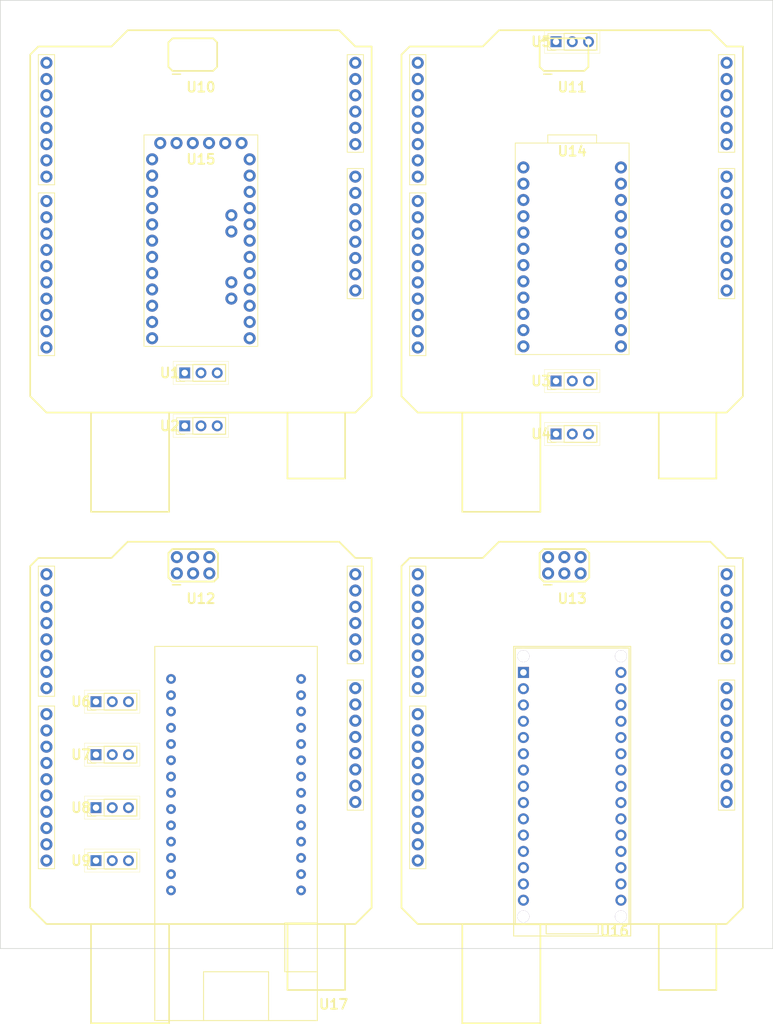
<source format=kicad_pcb>
(kicad_pcb
 (version 5)
 (host pcbnew 4.0.2-stable)
 (general
  (links 469)
  (no_connects 0)
  (area 0 0 120.68921492250037 148.04329084624993)
  (thickness 1.6002)
  (drawings 311)
  (tracks 3484)
  (zones 0)
  (modules 338)
  (nets 131))
 (page A3)
 (title_block
  (title GH60)
  (date "20 jan 2014")
  (rev B)
  (company "geekhack GH60 design team"))
 (layers
  (0 F.Cu signal)
  (31 B.Cu signal)
  (32 B.Adhes user)
  (33 F.Adhes user)
  (34 B.Paste user)
  (35 F.Paste user)
  (36 B.SilkS user)
  (37 F.SilkS user)
  (38 B.Mask user)
  (39 F.Mask user)
  (40 Dwgs.User user)
  (41 Cmts.User user)
  (42 Eco1.User user)
  (43 Eco2.User user)
  (44 Edge.Cuts user)
  (48 B.Fab user)
  (49 F.Fab user))
 (setup
  (last_trace_width 0.4064)
  (user_trace_width 0.254)
  (user_trace_width 0.4064)
  (user_trace_width 0.889)
  (trace_clearance 0.127)
  (zone_clearance 0.307299)
  (zone_45_only yes)
  (trace_min 0.127)
  (segment_width 2)
  (edge_width 0.0991)
  (via_size 1)
  (via_drill 0.4)
  (via_min_size 1)
  (via_min_drill 0.4)
  (uvia_size 0.508)
  (uvia_drill 0.127)
  (uvias_allowed no)
  (uvia_min_size 0.508)
  (uvia_min_drill 0.127)
  (pcb_text_width 0.3048)
  (pcb_text_size 1.524 2.032)
  (mod_edge_width 0.3)
  (mod_text_size 1.524 1.524)
  (mod_text_width 0.3048)
  (pad_size 0.9 0.9)
  (pad_drill 0.9)
  (pad_to_mask_clearance 0.1016)
  (pad_to_paste_clearance -0.02)
  (aux_axis_origin 62.29 64.62)
  (visible_elements FFFFFFFF)
  (pcbplotparams
   (layerselection 0x012a0_00000000)
   (usegerberextensions false)
   (excludeedgelayer true)
   (linewidth 0.15)
   (plotframeref false)
   (viasonmask false)
   (mode 1)
   (useauxorigin false)
   (hpglpennumber 1)
   (hpglpenspeed 20)
   (hpglpendiameter 15)
   (hpglpenoverlay 0)
   (psnegative false)
   (psa4output false)
   (plotreference true)
   (plotvalue false)
   (plotinvisibletext false)
   (padsonsilk false)
   (subtractmaskfromsilk false)
   (outputformat 4)
   (mirror false)
   (drillshape 0)
   (scaleselection 1)
   (outputdirectory gerber/)))
 (net 1 "1")
 (net 21 "21")
 (net 25 "25")
 (net 29 "29")
 (net 33 "33")
 (net 2 "2")
 (net 22 "22")
 (net 26 "26")
 (net 30 "30")
 (net 34 "34")
 (net 3 "3")
 (net 23 "23")
 (net 27 "27")
 (net 31 "31")
 (net 35 "35")
 (net 4 "4")
 (net 24 "24")
 (net 28 "28")
 (net 32 "32")
 (net 36 "36")
 (net 5 "5")
 (net 9 "9")
 (net 13 "13")
 (net 17 "17")
 (net 37 "37")
 (net 6 "6")
 (net 10 "10")
 (net 14 "14")
 (net 18 "18")
 (net 7 "7")
 (net 11 "11")
 (net 15 "15")
 (net 19 "19")
 (net 8 "8")
 (net 12 "12")
 (net 16 "16")
 (net 20 "20")
 (module "U1" (layer F.Cu)
   (tedit 0)
   (tstamp 0)
   (at 28.81473830750012 58.16869153750062 90.0)
   (path placeholder)
   (fp_text
    reference
    "U1"
    (at 0 -2.33 0)
    (layer F.SilkS)
    (effects (font (size 1.524 1.524) (thickness 0.3048))))
   (fp_line (start -0.635 -1.27) (end 1.27 -1.27) (layer F.SilkS) (width 0.1))
   (fp_line (start 1.27 -1.27) (end 1.27 6.35) (layer F.SilkS) (width 0.1))
   (fp_line (start 1.27 6.35) (end -1.27 6.35) (layer F.SilkS) (width 0.1))
   (fp_line (start -1.27 6.35) (end -1.27 -0.635) (layer F.SilkS) (width 0.1))
   (fp_line
    (start -1.27 -0.635)
    (end -0.635 -1.27)
    (layer F.SilkS)
    (width 0.1))
   (fp_line (start -1.33 6.41) (end 1.33 6.41) (layer F.SilkS) (width 0.12))
   (fp_line (start -1.33 1.27) (end -1.33 6.41) (layer F.SilkS) (width 0.12))
   (fp_line (start 1.33 1.27) (end 1.33 6.41) (layer F.SilkS) (width 0.12))
   (fp_line (start -1.33 1.27) (end 1.33 1.27) (layer F.SilkS) (width 0.12))
   (fp_line (start -1.33 0) (end -1.33 -1.33) (layer F.SilkS) (width 0.12))
   (fp_line (start -1.33 -1.33) (end 0 -1.33) (layer F.SilkS) (width 0.12))
   (fp_line (start -1.8 -1.8) (end -1.8 6.85) (layer F.SilkS) (width 0.05))
   (fp_line (start -1.8 6.85) (end 1.8 6.85) (layer F.SilkS) (width 0.05))
   (fp_line (start 1.8 6.85) (end 1.8 -1.8) (layer F.SilkS) (width 0.05))
   (fp_line (start 1.8 -1.8) (end -1.8 -1.8) (layer F.SilkS) (width 0.05))
   (pad
    1
    thru_hole
    rect
    (at 0 0 90.0)
    (size 1.7 1.7)
    (drill 1.0)
    (layers *.Cu *.Mask)
    (net 20 "20"))
   (pad
    2
    thru_hole
    oval
    (at 0 2.54 90.0)
    (size 1.7 1.7)
    (drill 1.0)
    (layers *.Cu *.Mask)
    (net 23 "23"))
   (pad
    3
    thru_hole
    oval
    (at 0 5.08 90.0)
    (size 1.7 1.7)
    (drill 1.0)
    (layers *.Cu *.Mask)
    (net 12 "12"))
   (fp_text
    user
    "1"
    (at 0 0 90)
    (layer Eco1.User)
    (effects (font (size 0.2 0.2) (thickness 0.05))))
   (fp_text
    user
    "2"
    (at 0 2.54 90)
    (layer Eco1.User)
    (effects (font (size 0.2 0.2) (thickness 0.05))))
   (fp_text
    user
    "3"
    (at 0 5.08 90)
    (layer Eco1.User)
    (effects (font (size 0.2 0.2) (thickness 0.05)))))
 (module "U2" (layer F.Cu)
   (tedit 0)
   (tstamp 0)
   (at 28.81473830750012 66.43842984500075 90.0)
   (path placeholder)
   (fp_text
    reference
    "U2"
    (at 0 -2.33 0)
    (layer F.SilkS)
    (effects (font (size 1.524 1.524) (thickness 0.3048))))
   (fp_line (start -0.635 -1.27) (end 1.27 -1.27) (layer F.SilkS) (width 0.1))
   (fp_line (start 1.27 -1.27) (end 1.27 6.35) (layer F.SilkS) (width 0.1))
   (fp_line (start 1.27 6.35) (end -1.27 6.35) (layer F.SilkS) (width 0.1))
   (fp_line (start -1.27 6.35) (end -1.27 -0.635) (layer F.SilkS) (width 0.1))
   (fp_line
    (start -1.27 -0.635)
    (end -0.635 -1.27)
    (layer F.SilkS)
    (width 0.1))
   (fp_line (start -1.33 6.41) (end 1.33 6.41) (layer F.SilkS) (width 0.12))
   (fp_line (start -1.33 1.27) (end -1.33 6.41) (layer F.SilkS) (width 0.12))
   (fp_line (start 1.33 1.27) (end 1.33 6.41) (layer F.SilkS) (width 0.12))
   (fp_line (start -1.33 1.27) (end 1.33 1.27) (layer F.SilkS) (width 0.12))
   (fp_line (start -1.33 0) (end -1.33 -1.33) (layer F.SilkS) (width 0.12))
   (fp_line (start -1.33 -1.33) (end 0 -1.33) (layer F.SilkS) (width 0.12))
   (fp_line (start -1.8 -1.8) (end -1.8 6.85) (layer F.SilkS) (width 0.05))
   (fp_line (start -1.8 6.85) (end 1.8 6.85) (layer F.SilkS) (width 0.05))
   (fp_line (start 1.8 6.85) (end 1.8 -1.8) (layer F.SilkS) (width 0.05))
   (fp_line (start 1.8 -1.8) (end -1.8 -1.8) (layer F.SilkS) (width 0.05))
   (pad
    1
    thru_hole
    rect
    (at 0 0 90.0)
    (size 1.7 1.7)
    (drill 1.0)
    (layers *.Cu *.Mask)
    (net 26 "26"))
   (pad
    2
    thru_hole
    oval
    (at 0 2.54 90.0)
    (size 1.7 1.7)
    (drill 1.0)
    (layers *.Cu *.Mask)
    (net 1 "1"))
   (pad
    3
    thru_hole
    oval
    (at 0 5.08 90.0)
    (size 1.7 1.7)
    (drill 1.0)
    (layers *.Cu *.Mask)
    (net 17 "17"))
   (fp_text
    user
    "1"
    (at 0 0 90)
    (layer Eco1.User)
    (effects (font (size 0.2 0.2) (thickness 0.05))))
   (fp_text
    user
    "2"
    (at 0 2.54 90)
    (layer Eco1.User)
    (effects (font (size 0.2 0.2) (thickness 0.05))))
   (fp_text
    user
    "3"
    (at 0 5.08 90)
    (layer Eco1.User)
    (effects (font (size 0.2 0.2) (thickness 0.05)))))
 (module "U3" (layer F.Cu)
   (tedit 0)
   (tstamp 0)
   (at 86.82447661500024 59.43869153750063 90.0)
   (path placeholder)
   (fp_text
    reference
    "U3"
    (at 0 -2.33 0)
    (layer F.SilkS)
    (effects (font (size 1.524 1.524) (thickness 0.3048))))
   (fp_line (start -0.635 -1.27) (end 1.27 -1.27) (layer F.SilkS) (width 0.1))
   (fp_line (start 1.27 -1.27) (end 1.27 6.35) (layer F.SilkS) (width 0.1))
   (fp_line (start 1.27 6.35) (end -1.27 6.35) (layer F.SilkS) (width 0.1))
   (fp_line (start -1.27 6.35) (end -1.27 -0.635) (layer F.SilkS) (width 0.1))
   (fp_line
    (start -1.27 -0.635)
    (end -0.635 -1.27)
    (layer F.SilkS)
    (width 0.1))
   (fp_line (start -1.33 6.41) (end 1.33 6.41) (layer F.SilkS) (width 0.12))
   (fp_line (start -1.33 1.27) (end -1.33 6.41) (layer F.SilkS) (width 0.12))
   (fp_line (start 1.33 1.27) (end 1.33 6.41) (layer F.SilkS) (width 0.12))
   (fp_line (start -1.33 1.27) (end 1.33 1.27) (layer F.SilkS) (width 0.12))
   (fp_line (start -1.33 0) (end -1.33 -1.33) (layer F.SilkS) (width 0.12))
   (fp_line (start -1.33 -1.33) (end 0 -1.33) (layer F.SilkS) (width 0.12))
   (fp_line (start -1.8 -1.8) (end -1.8 6.85) (layer F.SilkS) (width 0.05))
   (fp_line (start -1.8 6.85) (end 1.8 6.85) (layer F.SilkS) (width 0.05))
   (fp_line (start 1.8 6.85) (end 1.8 -1.8) (layer F.SilkS) (width 0.05))
   (fp_line (start 1.8 -1.8) (end -1.8 -1.8) (layer F.SilkS) (width 0.05))
   (pad
    1
    thru_hole
    rect
    (at 0 0 90.0)
    (size 1.7 1.7)
    (drill 1.0)
    (layers *.Cu *.Mask)
    (net 6 "6"))
   (pad
    2
    thru_hole
    oval
    (at 0 2.54 90.0)
    (size 1.7 1.7)
    (drill 1.0)
    (layers *.Cu *.Mask)
    (net 13 "13"))
   (pad
    3
    thru_hole
    oval
    (at 0 5.08 90.0)
    (size 1.7 1.7)
    (drill 1.0)
    (layers *.Cu *.Mask)
    (net 17 "17"))
   (fp_text
    user
    "1"
    (at 0 0 90)
    (layer Eco1.User)
    (effects (font (size 0.2 0.2) (thickness 0.05))))
   (fp_text
    user
    "2"
    (at 0 2.54 90)
    (layer Eco1.User)
    (effects (font (size 0.2 0.2) (thickness 0.05))))
   (fp_text
    user
    "3"
    (at 0 5.08 90)
    (layer Eco1.User)
    (effects (font (size 0.2 0.2) (thickness 0.05)))))
 (module "U4" (layer F.Cu)
   (tedit 0)
   (tstamp 0)
   (at 86.82447661500024 67.70842984500075 90.0)
   (path placeholder)
   (fp_text
    reference
    "U4"
    (at 0 -2.33 0)
    (layer F.SilkS)
    (effects (font (size 1.524 1.524) (thickness 0.3048))))
   (fp_line (start -0.635 -1.27) (end 1.27 -1.27) (layer F.SilkS) (width 0.1))
   (fp_line (start 1.27 -1.27) (end 1.27 6.35) (layer F.SilkS) (width 0.1))
   (fp_line (start 1.27 6.35) (end -1.27 6.35) (layer F.SilkS) (width 0.1))
   (fp_line (start -1.27 6.35) (end -1.27 -0.635) (layer F.SilkS) (width 0.1))
   (fp_line
    (start -1.27 -0.635)
    (end -0.635 -1.27)
    (layer F.SilkS)
    (width 0.1))
   (fp_line (start -1.33 6.41) (end 1.33 6.41) (layer F.SilkS) (width 0.12))
   (fp_line (start -1.33 1.27) (end -1.33 6.41) (layer F.SilkS) (width 0.12))
   (fp_line (start 1.33 1.27) (end 1.33 6.41) (layer F.SilkS) (width 0.12))
   (fp_line (start -1.33 1.27) (end 1.33 1.27) (layer F.SilkS) (width 0.12))
   (fp_line (start -1.33 0) (end -1.33 -1.33) (layer F.SilkS) (width 0.12))
   (fp_line (start -1.33 -1.33) (end 0 -1.33) (layer F.SilkS) (width 0.12))
   (fp_line (start -1.8 -1.8) (end -1.8 6.85) (layer F.SilkS) (width 0.05))
   (fp_line (start -1.8 6.85) (end 1.8 6.85) (layer F.SilkS) (width 0.05))
   (fp_line (start 1.8 6.85) (end 1.8 -1.8) (layer F.SilkS) (width 0.05))
   (fp_line (start 1.8 -1.8) (end -1.8 -1.8) (layer F.SilkS) (width 0.05))
   (pad
    1
    thru_hole
    rect
    (at 0 0 90.0)
    (size 1.7 1.7)
    (drill 1.0)
    (layers *.Cu *.Mask)
    (net 33 "33"))
   (pad
    2
    thru_hole
    oval
    (at 0 2.54 90.0)
    (size 1.7 1.7)
    (drill 1.0)
    (layers *.Cu *.Mask)
    (net 34 "34"))
   (pad
    3
    thru_hole
    oval
    (at 0 5.08 90.0)
    (size 1.7 1.7)
    (drill 1.0)
    (layers *.Cu *.Mask)
    (net 12 "12"))
   (fp_text
    user
    "1"
    (at 0 0 90)
    (layer Eco1.User)
    (effects (font (size 0.2 0.2) (thickness 0.05))))
   (fp_text
    user
    "2"
    (at 0 2.54 90)
    (layer Eco1.User)
    (effects (font (size 0.2 0.2) (thickness 0.05))))
   (fp_text
    user
    "3"
    (at 0 5.08 90)
    (layer Eco1.User)
    (effects (font (size 0.2 0.2) (thickness 0.05)))))
 (module "U5" (layer F.Cu)
   (tedit 0)
   (tstamp 0)
   (at 86.82447661500024 6.469738307500135 90.0)
   (path placeholder)
   (fp_text
    reference
    "U5"
    (at 0 -2.33 0)
    (layer F.SilkS)
    (effects (font (size 1.524 1.524) (thickness 0.3048))))
   (fp_line (start -0.635 -1.27) (end 1.27 -1.27) (layer F.SilkS) (width 0.1))
   (fp_line (start 1.27 -1.27) (end 1.27 6.35) (layer F.SilkS) (width 0.1))
   (fp_line (start 1.27 6.35) (end -1.27 6.35) (layer F.SilkS) (width 0.1))
   (fp_line (start -1.27 6.35) (end -1.27 -0.635) (layer F.SilkS) (width 0.1))
   (fp_line
    (start -1.27 -0.635)
    (end -0.635 -1.27)
    (layer F.SilkS)
    (width 0.1))
   (fp_line (start -1.33 6.41) (end 1.33 6.41) (layer F.SilkS) (width 0.12))
   (fp_line (start -1.33 1.27) (end -1.33 6.41) (layer F.SilkS) (width 0.12))
   (fp_line (start 1.33 1.27) (end 1.33 6.41) (layer F.SilkS) (width 0.12))
   (fp_line (start -1.33 1.27) (end 1.33 1.27) (layer F.SilkS) (width 0.12))
   (fp_line (start -1.33 0) (end -1.33 -1.33) (layer F.SilkS) (width 0.12))
   (fp_line (start -1.33 -1.33) (end 0 -1.33) (layer F.SilkS) (width 0.12))
   (fp_line (start -1.8 -1.8) (end -1.8 6.85) (layer F.SilkS) (width 0.05))
   (fp_line (start -1.8 6.85) (end 1.8 6.85) (layer F.SilkS) (width 0.05))
   (fp_line (start 1.8 6.85) (end 1.8 -1.8) (layer F.SilkS) (width 0.05))
   (fp_line (start 1.8 -1.8) (end -1.8 -1.8) (layer F.SilkS) (width 0.05))
   (pad
    1
    thru_hole
    rect
    (at 0 0 90.0)
    (size 1.7 1.7)
    (drill 1.0)
    (layers *.Cu *.Mask)
    (net 24 "24"))
   (pad
    2
    thru_hole
    oval
    (at 0 2.54 90.0)
    (size 1.7 1.7)
    (drill 1.0)
    (layers *.Cu *.Mask)
    (net 11 "11"))
   (pad
    3
    thru_hole
    oval
    (at 0 5.08 90.0)
    (size 1.7 1.7)
    (drill 1.0)
    (layers *.Cu *.Mask)
    (net 31 "31"))
   (fp_text
    user
    "1"
    (at 0 0 90)
    (layer Eco1.User)
    (effects (font (size 0.2 0.2) (thickness 0.05))))
   (fp_text
    user
    "2"
    (at 0 2.54 90)
    (layer Eco1.User)
    (effects (font (size 0.2 0.2) (thickness 0.05))))
   (fp_text
    user
    "3"
    (at 0 5.08 90)
    (layer Eco1.User)
    (effects (font (size 0.2 0.2) (thickness 0.05)))))
 (module "U6" (layer F.Cu)
   (tedit 0)
   (tstamp 0)
   (at 14.947303730625089 109.50599119187527 90.0)
   (path placeholder)
   (fp_text
    reference
    "U6"
    (at 0 -2.33 0)
    (layer F.SilkS)
    (effects (font (size 1.524 1.524) (thickness 0.3048))))
   (fp_line (start -0.635 -1.27) (end 1.27 -1.27) (layer F.SilkS) (width 0.1))
   (fp_line (start 1.27 -1.27) (end 1.27 6.35) (layer F.SilkS) (width 0.1))
   (fp_line (start 1.27 6.35) (end -1.27 6.35) (layer F.SilkS) (width 0.1))
   (fp_line (start -1.27 6.35) (end -1.27 -0.635) (layer F.SilkS) (width 0.1))
   (fp_line
    (start -1.27 -0.635)
    (end -0.635 -1.27)
    (layer F.SilkS)
    (width 0.1))
   (fp_line (start -1.33 6.41) (end 1.33 6.41) (layer F.SilkS) (width 0.12))
   (fp_line (start -1.33 1.27) (end -1.33 6.41) (layer F.SilkS) (width 0.12))
   (fp_line (start 1.33 1.27) (end 1.33 6.41) (layer F.SilkS) (width 0.12))
   (fp_line (start -1.33 1.27) (end 1.33 1.27) (layer F.SilkS) (width 0.12))
   (fp_line (start -1.33 0) (end -1.33 -1.33) (layer F.SilkS) (width 0.12))
   (fp_line (start -1.33 -1.33) (end 0 -1.33) (layer F.SilkS) (width 0.12))
   (fp_line (start -1.8 -1.8) (end -1.8 6.85) (layer F.SilkS) (width 0.05))
   (fp_line (start -1.8 6.85) (end 1.8 6.85) (layer F.SilkS) (width 0.05))
   (fp_line (start 1.8 6.85) (end 1.8 -1.8) (layer F.SilkS) (width 0.05))
   (fp_line (start 1.8 -1.8) (end -1.8 -1.8) (layer F.SilkS) (width 0.05))
   (pad
    1
    thru_hole
    rect
    (at 0 0 90.0)
    (size 1.7 1.7)
    (drill 1.0)
    (layers *.Cu *.Mask)
    (net 5 "5"))
   (pad
    2
    thru_hole
    oval
    (at 0 2.54 90.0)
    (size 1.7 1.7)
    (drill 1.0)
    (layers *.Cu *.Mask)
    (net 8 "8"))
   (pad
    3
    thru_hole
    oval
    (at 0 5.08 90.0)
    (size 1.7 1.7)
    (drill 1.0)
    (layers *.Cu *.Mask)
    (net 37 "37"))
   (fp_text
    user
    "1"
    (at 0 0 90)
    (layer Eco1.User)
    (effects (font (size 0.2 0.2) (thickness 0.05))))
   (fp_text
    user
    "2"
    (at 0 2.54 90)
    (layer Eco1.User)
    (effects (font (size 0.2 0.2) (thickness 0.05))))
   (fp_text
    user
    "3"
    (at 0 5.08 90)
    (layer Eco1.User)
    (effects (font (size 0.2 0.2) (thickness 0.05)))))
 (module "U7" (layer F.Cu)
   (tedit 0)
   (tstamp 0)
   (at 14.947303730625089 117.7757294993754 90.0)
   (path placeholder)
   (fp_text
    reference
    "U7"
    (at 0 -2.33 0)
    (layer F.SilkS)
    (effects (font (size 1.524 1.524) (thickness 0.3048))))
   (fp_line (start -0.635 -1.27) (end 1.27 -1.27) (layer F.SilkS) (width 0.1))
   (fp_line (start 1.27 -1.27) (end 1.27 6.35) (layer F.SilkS) (width 0.1))
   (fp_line (start 1.27 6.35) (end -1.27 6.35) (layer F.SilkS) (width 0.1))
   (fp_line (start -1.27 6.35) (end -1.27 -0.635) (layer F.SilkS) (width 0.1))
   (fp_line
    (start -1.27 -0.635)
    (end -0.635 -1.27)
    (layer F.SilkS)
    (width 0.1))
   (fp_line (start -1.33 6.41) (end 1.33 6.41) (layer F.SilkS) (width 0.12))
   (fp_line (start -1.33 1.27) (end -1.33 6.41) (layer F.SilkS) (width 0.12))
   (fp_line (start 1.33 1.27) (end 1.33 6.41) (layer F.SilkS) (width 0.12))
   (fp_line (start -1.33 1.27) (end 1.33 1.27) (layer F.SilkS) (width 0.12))
   (fp_line (start -1.33 0) (end -1.33 -1.33) (layer F.SilkS) (width 0.12))
   (fp_line (start -1.33 -1.33) (end 0 -1.33) (layer F.SilkS) (width 0.12))
   (fp_line (start -1.8 -1.8) (end -1.8 6.85) (layer F.SilkS) (width 0.05))
   (fp_line (start -1.8 6.85) (end 1.8 6.85) (layer F.SilkS) (width 0.05))
   (fp_line (start 1.8 6.85) (end 1.8 -1.8) (layer F.SilkS) (width 0.05))
   (fp_line (start 1.8 -1.8) (end -1.8 -1.8) (layer F.SilkS) (width 0.05))
   (pad
    1
    thru_hole
    rect
    (at 0 0 90.0)
    (size 1.7 1.7)
    (drill 1.0)
    (layers *.Cu *.Mask)
    (net 15 "15"))
   (pad
    2
    thru_hole
    oval
    (at 0 2.54 90.0)
    (size 1.7 1.7)
    (drill 1.0)
    (layers *.Cu *.Mask)
    (net 3 "3"))
   (pad
    3
    thru_hole
    oval
    (at 0 5.08 90.0)
    (size 1.7 1.7)
    (drill 1.0)
    (layers *.Cu *.Mask)
    (net 16 "16"))
   (fp_text
    user
    "1"
    (at 0 0 90)
    (layer Eco1.User)
    (effects (font (size 0.2 0.2) (thickness 0.05))))
   (fp_text
    user
    "2"
    (at 0 2.54 90)
    (layer Eco1.User)
    (effects (font (size 0.2 0.2) (thickness 0.05))))
   (fp_text
    user
    "3"
    (at 0 5.08 90)
    (layer Eco1.User)
    (effects (font (size 0.2 0.2) (thickness 0.05)))))
 (module "U8" (layer F.Cu)
   (tedit 0)
   (tstamp 0)
   (at 14.947303730625089 126.04546780687552 90.0)
   (path placeholder)
   (fp_text
    reference
    "U8"
    (at 0 -2.33 0)
    (layer F.SilkS)
    (effects (font (size 1.524 1.524) (thickness 0.3048))))
   (fp_line (start -0.635 -1.27) (end 1.27 -1.27) (layer F.SilkS) (width 0.1))
   (fp_line (start 1.27 -1.27) (end 1.27 6.35) (layer F.SilkS) (width 0.1))
   (fp_line (start 1.27 6.35) (end -1.27 6.35) (layer F.SilkS) (width 0.1))
   (fp_line (start -1.27 6.35) (end -1.27 -0.635) (layer F.SilkS) (width 0.1))
   (fp_line
    (start -1.27 -0.635)
    (end -0.635 -1.27)
    (layer F.SilkS)
    (width 0.1))
   (fp_line (start -1.33 6.41) (end 1.33 6.41) (layer F.SilkS) (width 0.12))
   (fp_line (start -1.33 1.27) (end -1.33 6.41) (layer F.SilkS) (width 0.12))
   (fp_line (start 1.33 1.27) (end 1.33 6.41) (layer F.SilkS) (width 0.12))
   (fp_line (start -1.33 1.27) (end 1.33 1.27) (layer F.SilkS) (width 0.12))
   (fp_line (start -1.33 0) (end -1.33 -1.33) (layer F.SilkS) (width 0.12))
   (fp_line (start -1.33 -1.33) (end 0 -1.33) (layer F.SilkS) (width 0.12))
   (fp_line (start -1.8 -1.8) (end -1.8 6.85) (layer F.SilkS) (width 0.05))
   (fp_line (start -1.8 6.85) (end 1.8 6.85) (layer F.SilkS) (width 0.05))
   (fp_line (start 1.8 6.85) (end 1.8 -1.8) (layer F.SilkS) (width 0.05))
   (fp_line (start 1.8 -1.8) (end -1.8 -1.8) (layer F.SilkS) (width 0.05))
   (pad
    1
    thru_hole
    rect
    (at 0 0 90.0)
    (size 1.7 1.7)
    (drill 1.0)
    (layers *.Cu *.Mask)
    (net 37 "37"))
   (pad
    2
    thru_hole
    oval
    (at 0 2.54 90.0)
    (size 1.7 1.7)
    (drill 1.0)
    (layers *.Cu *.Mask)
    (net 30 "30"))
   (pad
    3
    thru_hole
    oval
    (at 0 5.08 90.0)
    (size 1.7 1.7)
    (drill 1.0)
    (layers *.Cu *.Mask)
    (net 17 "17"))
   (fp_text
    user
    "1"
    (at 0 0 90)
    (layer Eco1.User)
    (effects (font (size 0.2 0.2) (thickness 0.05))))
   (fp_text
    user
    "2"
    (at 0 2.54 90)
    (layer Eco1.User)
    (effects (font (size 0.2 0.2) (thickness 0.05))))
   (fp_text
    user
    "3"
    (at 0 5.08 90)
    (layer Eco1.User)
    (effects (font (size 0.2 0.2) (thickness 0.05)))))
 (module "U9" (layer F.Cu)
   (tedit 0)
   (tstamp 0)
   (at 14.947303730625089 134.31520611437566 90.0)
   (path placeholder)
   (fp_text
    reference
    "U9"
    (at 0 -2.33 0)
    (layer F.SilkS)
    (effects (font (size 1.524 1.524) (thickness 0.3048))))
   (fp_line (start -0.635 -1.27) (end 1.27 -1.27) (layer F.SilkS) (width 0.1))
   (fp_line (start 1.27 -1.27) (end 1.27 6.35) (layer F.SilkS) (width 0.1))
   (fp_line (start 1.27 6.35) (end -1.27 6.35) (layer F.SilkS) (width 0.1))
   (fp_line (start -1.27 6.35) (end -1.27 -0.635) (layer F.SilkS) (width 0.1))
   (fp_line
    (start -1.27 -0.635)
    (end -0.635 -1.27)
    (layer F.SilkS)
    (width 0.1))
   (fp_line (start -1.33 6.41) (end 1.33 6.41) (layer F.SilkS) (width 0.12))
   (fp_line (start -1.33 1.27) (end -1.33 6.41) (layer F.SilkS) (width 0.12))
   (fp_line (start 1.33 1.27) (end 1.33 6.41) (layer F.SilkS) (width 0.12))
   (fp_line (start -1.33 1.27) (end 1.33 1.27) (layer F.SilkS) (width 0.12))
   (fp_line (start -1.33 0) (end -1.33 -1.33) (layer F.SilkS) (width 0.12))
   (fp_line (start -1.33 -1.33) (end 0 -1.33) (layer F.SilkS) (width 0.12))
   (fp_line (start -1.8 -1.8) (end -1.8 6.85) (layer F.SilkS) (width 0.05))
   (fp_line (start -1.8 6.85) (end 1.8 6.85) (layer F.SilkS) (width 0.05))
   (fp_line (start 1.8 6.85) (end 1.8 -1.8) (layer F.SilkS) (width 0.05))
   (fp_line (start 1.8 -1.8) (end -1.8 -1.8) (layer F.SilkS) (width 0.05))
   (pad
    1
    thru_hole
    rect
    (at 0 0 90.0)
    (size 1.7 1.7)
    (drill 1.0)
    (layers *.Cu *.Mask)
    (net 29 "29"))
   (pad
    2
    thru_hole
    oval
    (at 0 2.54 90.0)
    (size 1.7 1.7)
    (drill 1.0)
    (layers *.Cu *.Mask)
    (net 14 "14"))
   (pad
    3
    thru_hole
    oval
    (at 0 5.08 90.0)
    (size 1.7 1.7)
    (drill 1.0)
    (layers *.Cu *.Mask)
    (net 12 "12"))
   (fp_text
    user
    "1"
    (at 0 0 90)
    (layer Eco1.User)
    (effects (font (size 0.2 0.2) (thickness 0.05))))
   (fp_text
    user
    "2"
    (at 0 2.54 90)
    (layer Eco1.User)
    (effects (font (size 0.2 0.2) (thickness 0.05))))
   (fp_text
    user
    "3"
    (at 0 5.08 90)
    (layer Eco1.User)
    (effects (font (size 0.2 0.2) (thickness 0.05)))))
 (module "U10" (layer F.Cu)
   (tedit 0)
   (tstamp 0)
   (at 31.339738307500124 35.149738307500115 0)
   (path placeholder)
   (fp_text
    reference
    "U10"
    (at 0 -21.59 0)
    (layer F.SilkS)
    (effects (font (size 1.524 1.524) (thickness 0.3048))))
   (fp_line
    (start -24.13 29.21)
    (end -17.16786 29.21)
    (layer F.SilkS)
    (width 0.254))
   (fp_line
    (start -17.16786 29.21)
    (end -4.96824 29.21)
    (layer F.SilkS)
    (width 0.254))
   (fp_line
    (start -4.96824 29.21)
    (end 24.13 29.21)
    (layer F.SilkS)
    (width 0.254))
   (fp_line
    (start 24.13 29.21)
    (end 26.67 26.67)
    (layer F.SilkS)
    (width 0.254))
   (fp_line
    (start 26.67 -27.94)
    (end 24.13 -27.94)
    (layer F.SilkS)
    (width 0.254))
   (fp_line
    (start 24.13 -27.94)
    (end 21.59 -30.48)
    (layer F.SilkS)
    (width 0.254))
   (fp_line
    (start -26.67 -26.67)
    (end -26.67 26.67)
    (layer F.SilkS)
    (width 0.254))
   (fp_line
    (start -26.67 26.67)
    (end -24.13 29.21)
    (layer F.SilkS)
    (width 0.254))
   (fp_line
    (start 21.59 -30.48)
    (end -11.43 -30.48)
    (layer F.SilkS)
    (width 0.254))
   (fp_line
    (start -11.43 -30.48)
    (end -13.97 -27.94)
    (layer F.SilkS)
    (width 0.254))
   (fp_line
    (start -13.97 -27.94)
    (end -25.4 -27.94)
    (layer F.SilkS)
    (width 0.254))
   (fp_line
    (start -25.4 -27.94)
    (end -26.67 -26.67)
    (layer F.SilkS)
    (width 0.254))
   (fp_line
    (start 26.67 26.67)
    (end 26.67 -27.94)
    (layer F.SilkS)
    (width 0.254))
   (fp_line
    (start -17.16786 44.70908)
    (end -4.96824 44.70908)
    (layer F.SilkS)
    (width 0.254))
   (fp_line
    (start 13.52804 39.5097)
    (end 22.5298 39.5097)
    (layer F.SilkS)
    (width 0.254))
   (fp_line
    (start -17.16786 44.70908)
    (end -17.16786 29.21)
    (layer F.SilkS)
    (width 0.254))
   (fp_line
    (start -4.96824 44.70908)
    (end -4.96824 29.21)
    (layer F.SilkS)
    (width 0.254))
   (fp_line
    (start 13.52804 39.5097)
    (end 13.52804 29.30906)
    (layer F.SilkS)
    (width 0.254))
   (fp_line
    (start 22.5298 39.5097)
    (end 22.5298 29.30906)
    (layer F.SilkS)
    (width 0.254))
   (fp_line
    (start -25.4 -26.67)
    (end -22.86 -26.67)
    (layer F.SilkS)
    (width 0.127))
   (fp_line
    (start -22.86 -26.67)
    (end -22.86 -6.35)
    (layer F.SilkS)
    (width 0.127))
   (fp_line
    (start -22.86 -6.35)
    (end -25.4 -6.35)
    (layer F.SilkS)
    (width 0.127))
   (fp_line
    (start -25.4 -6.35)
    (end -25.4 -26.67)
    (layer F.SilkS)
    (width 0.127))
   (fp_line
    (start -25.4 -5.08)
    (end -22.86 -5.08)
    (layer F.SilkS)
    (width 0.127))
   (fp_line
    (start -22.86 -5.08)
    (end -22.86 20.32)
    (layer F.SilkS)
    (width 0.127))
   (fp_line
    (start -22.86 20.32)
    (end -25.4 20.32)
    (layer F.SilkS)
    (width 0.127))
   (fp_line
    (start -25.4 20.32)
    (end -25.4 -5.08)
    (layer F.SilkS)
    (width 0.127))
   (fp_line (start 22.86 11.43) (end 25.4 11.43) (layer F.SilkS) (width 0.127))
   (fp_line (start 25.4 11.43) (end 25.4 -8.89) (layer F.SilkS) (width 0.127))
   (fp_line (start 25.4 -8.89) (end 22.86 -8.89) (layer F.SilkS) (width 0.127))
   (fp_line
    (start 22.86 -8.89)
    (end 22.86 11.43)
    (layer F.SilkS)
    (width 0.127))
   (fp_line
    (start 25.4 -11.43)
    (end 22.86 -11.43)
    (layer F.SilkS)
    (width 0.127))
   (fp_line
    (start 22.86 -11.43)
    (end 22.86 -26.67)
    (layer F.SilkS)
    (width 0.127))
   (fp_line
    (start 22.86 -26.67)
    (end 25.4 -26.67)
    (layer F.SilkS)
    (width 0.127))
   (fp_line
    (start 25.4 -26.67)
    (end 25.4 -11.43)
    (layer F.SilkS)
    (width 0.127))
   (fp_line
    (start -4.445 -24.13)
    (end -5.08 -24.765)
    (layer F.SilkS)
    (width 0.254))
   (fp_line
    (start -5.08 -24.765)
    (end -5.08 -28.575)
    (layer F.SilkS)
    (width 0.254))
   (fp_line
    (start -5.08 -28.575)
    (end -4.445 -29.21)
    (layer F.SilkS)
    (width 0.254))
   (fp_line
    (start -4.445 -29.21)
    (end 1.905 -29.21)
    (layer F.SilkS)
    (width 0.254))
   (fp_line
    (start 1.905 -29.21)
    (end 2.54 -28.575)
    (layer F.SilkS)
    (width 0.254))
   (fp_line
    (start 2.54 -28.575)
    (end 2.54 -24.765)
    (layer F.SilkS)
    (width 0.254))
   (fp_line
    (start 2.54 -24.765)
    (end 1.905 -24.13)
    (layer F.SilkS)
    (width 0.254))
   (fp_line
    (start 1.905 -24.13)
    (end -4.445 -24.13)
    (layer F.SilkS)
    (width 0.254))
   (fp_line
    (start -3.175 -23.622)
    (end -4.445 -23.622)
    (layer F.SilkS)
    (width 0.2032))
   (pad
    3.3V
    thru_hole
    circle
    (at 24.13 2.54 0)
    (size 1.8796 1.8796)
    (drill 1.016)
    (layers *.Cu *.Mask)
    (net 24 "24"))
   (pad
    5V
    thru_hole
    circle
    (at 24.13 0 0)
    (size 1.8796 1.8796)
    (drill 1.016)
    (layers *.Cu *.Mask)
    (net 31 "31"))
   (pad
    A0
    thru_hole
    circle
    (at 24.13 -12.7 0)
    (size 1.8796 1.8796)
    (drill 1.016)
    (layers *.Cu *.Mask)
    (net 21 "21"))
   (pad
    A1
    thru_hole
    circle
    (at 24.13 -15.24 0)
    (size 1.8796 1.8796)
    (drill 1.016)
    (layers *.Cu *.Mask)
    (net 25 "25"))
   (pad
    A2
    thru_hole
    circle
    (at 24.13 -17.78 0)
    (size 1.8796 1.8796)
    (drill 1.016)
    (layers *.Cu *.Mask)
    (net 28 "28"))
   (pad
    A3
    thru_hole
    circle
    (at 24.13 -20.32 0)
    (size 1.8796 1.8796)
    (drill 1.016)
    (layers *.Cu *.Mask)
    (net 27 "27"))
   (pad
    A4
    thru_hole
    circle
    (at 24.13 -22.86 0)
    (size 1.8796 1.8796)
    (drill 1.016)
    (layers *.Cu *.Mask)
    (net 26 "26"))
   (pad
    A5
    thru_hole
    circle
    (at 24.13 -25.4 0)
    (size 1.8796 1.8796)
    (drill 1.016)
    (layers *.Cu *.Mask)
    (net 20 "20"))
   (pad
    AREF
    thru_hole
    circle
    (at -24.13 13.97 0)
    (size 1.8796 1.8796)
    (drill 1.016)
    (layers *.Cu *.Mask))
   (pad
    D2
    thru_hole
    circle
    (at -24.13 -20.32 0)
    (size 1.8796 1.8796)
    (drill 1.016)
    (layers *.Cu *.Mask)
    (net 6 "6"))
   (pad
    D3
    thru_hole
    circle
    (at -24.13 -17.78 0)
    (size 1.8796 1.8796)
    (drill 1.016)
    (layers *.Cu *.Mask)
    (net 33 "33"))
   (pad
    D4
    thru_hole
    circle
    (at -24.13 -15.24 0)
    (size 1.8796 1.8796)
    (drill 1.016)
    (layers *.Cu *.Mask)
    (net 22 "22"))
   (pad
    D5
    thru_hole
    circle
    (at -24.13 -12.7 0)
    (size 1.8796 1.8796)
    (drill 1.016)
    (layers *.Cu *.Mask)
    (net 10 "10"))
   (pad
    D6
    thru_hole
    circle
    (at -24.13 -10.16 0)
    (size 1.8796 1.8796)
    (drill 1.016)
    (layers *.Cu *.Mask)
    (net 36 "36"))
   (pad
    D7
    thru_hole
    circle
    (at -24.13 -7.62 0)
    (size 1.8796 1.8796)
    (drill 1.016)
    (layers *.Cu *.Mask)
    (net 35 "35"))
   (pad
    D8
    thru_hole
    circle
    (at -24.13 -3.81 0)
    (size 1.8796 1.8796)
    (drill 1.016)
    (layers *.Cu *.Mask)
    (net 5 "5"))
   (pad
    D9
    thru_hole
    circle
    (at -24.13 -1.27 0)
    (size 1.8796 1.8796)
    (drill 1.016)
    (layers *.Cu *.Mask)
    (net 15 "15"))
   (pad
    D10
    thru_hole
    circle
    (at -24.13 1.27 0)
    (size 1.8796 1.8796)
    (drill 1.016)
    (layers *.Cu *.Mask)
    (net 2 "2"))
   (pad
    D11
    thru_hole
    circle
    (at -24.13 3.81 0)
    (size 1.8796 1.8796)
    (drill 1.016)
    (layers *.Cu *.Mask)
    (net 37 "37"))
   (pad
    D12
    thru_hole
    circle
    (at -24.13 6.35 0)
    (size 1.8796 1.8796)
    (drill 1.016)
    (layers *.Cu *.Mask)
    (net 29 "29"))
   (pad
    D13
    thru_hole
    circle
    (at -24.13 8.89 0)
    (size 1.8796 1.8796)
    (drill 1.016)
    (layers *.Cu *.Mask)
    (net 16 "16"))
   (pad
    GND@
    thru_hole
    circle
    (at 24.13 -2.54 0)
    (size 1.8796 1.8796)
    (drill 1.016)
    (layers *.Cu *.Mask)
    (net 32 "32"))
   (pad
    GND@
    thru_hole
    circle
    (at 24.13 -5.08 0)
    (size 1.8796 1.8796)
    (drill 1.016)
    (layers *.Cu *.Mask)
    (net 32 "32"))
   (pad
    GND@
    thru_hole
    circle
    (at -24.13 11.43 0)
    (size 1.8796 1.8796)
    (drill 1.016)
    (layers *.Cu *.Mask)
    (net 32 "32"))
   (pad
    IORE
    thru_hole
    circle
    (at 24.13 7.62 0)
    (size 1.8796 1.8796)
    (drill 1.016)
    (layers *.Cu *.Mask))
   (pad
    NC
    thru_hole
    circle
    (at 24.13 10.16 0)
    (size 1.8796 1.8796)
    (drill 1.016)
    (layers *.Cu *.Mask))
   (pad
    RES
    thru_hole
    circle
    (at 24.13 5.08 0)
    (size 1.8796 1.8796)
    (drill 1.016)
    (layers *.Cu *.Mask))
   (pad
    RX
    thru_hole
    circle
    (at -24.13 -25.4 0)
    (size 1.8796 1.8796)
    (drill 1.016)
    (layers *.Cu *.Mask))
   (pad
    SCL
    thru_hole
    circle
    (at -24.13 19.05 0)
    (size 1.8796 1.8796)
    (drill 1.016)
    (layers *.Cu *.Mask)
    (net 12 "12"))
   (pad
    SDA
    thru_hole
    circle
    (at -24.13 16.51 0)
    (size 1.8796 1.8796)
    (drill 1.016)
    (layers *.Cu *.Mask)
    (net 17 "17"))
   (pad
    TX
    thru_hole
    circle
    (at -24.13 -22.86 0)
    (size 1.8796 1.8796)
    (drill 1.016)
    (layers *.Cu *.Mask))
   (pad
    VIN
    thru_hole
    circle
    (at 24.13 -7.62 0)
    (size 1.8796 1.8796)
    (drill 1.016)
    (layers *.Cu *.Mask))
   (fp_text
    user
    "3V3"
    (at 24.13 2.54 90)
    (layer Eco1.User)
    (effects (font (size 0.2 0.2) (thickness 0.05))))
   (fp_text
    user
    "5V"
    (at 24.13 0 90)
    (layer Eco1.User)
    (effects (font (size 0.2 0.2) (thickness 0.05))))
   (fp_text
    user
    "A0"
    (at 24.13 -12.7 90)
    (layer Eco1.User)
    (effects (font (size 0.2 0.2) (thickness 0.05))))
   (fp_text
    user
    "A1"
    (at 24.13 -15.24 90)
    (layer Eco1.User)
    (effects (font (size 0.2 0.2) (thickness 0.05))))
   (fp_text
    user
    "A2"
    (at 24.13 -17.78 90)
    (layer Eco1.User)
    (effects (font (size 0.2 0.2) (thickness 0.05))))
   (fp_text
    user
    "A3"
    (at 24.13 -20.32 90)
    (layer Eco1.User)
    (effects (font (size 0.2 0.2) (thickness 0.05))))
   (fp_text
    user
    "A4"
    (at 24.13 -22.86 90)
    (layer Eco1.User)
    (effects (font (size 0.2 0.2) (thickness 0.05))))
   (fp_text
    user
    "A5"
    (at 24.13 -25.4 90)
    (layer Eco1.User)
    (effects (font (size 0.2 0.2) (thickness 0.05))))
   (fp_text
    user
    "AREF"
    (at -24.13 13.97 90)
    (layer Eco1.User)
    (effects (font (size 0.2 0.2) (thickness 0.05))))
   (fp_text
    user
    "D2"
    (at -24.13 -20.32 90)
    (layer Eco1.User)
    (effects (font (size 0.2 0.2) (thickness 0.05))))
   (fp_text
    user
    "D3"
    (at -24.13 -17.78 90)
    (layer Eco1.User)
    (effects (font (size 0.2 0.2) (thickness 0.05))))
   (fp_text
    user
    "D4"
    (at -24.13 -15.24 90)
    (layer Eco1.User)
    (effects (font (size 0.2 0.2) (thickness 0.05))))
   (fp_text
    user
    "D5"
    (at -24.13 -12.7 90)
    (layer Eco1.User)
    (effects (font (size 0.2 0.2) (thickness 0.05))))
   (fp_text
    user
    "D6"
    (at -24.13 -10.16 90)
    (layer Eco1.User)
    (effects (font (size 0.2 0.2) (thickness 0.05))))
   (fp_text
    user
    "D7"
    (at -24.13 -7.62 90)
    (layer Eco1.User)
    (effects (font (size 0.2 0.2) (thickness 0.05))))
   (fp_text
    user
    "D8"
    (at -24.13 -3.81 90)
    (layer Eco1.User)
    (effects (font (size 0.2 0.2) (thickness 0.05))))
   (fp_text
    user
    "D9"
    (at -24.13 -1.27 90)
    (layer Eco1.User)
    (effects (font (size 0.2 0.2) (thickness 0.05))))
   (fp_text
    user
    "SS/D10"
    (at -24.13 1.27 90)
    (layer Eco1.User)
    (effects (font (size 0.2 0.2) (thickness 0.05))))
   (fp_text
    user
    "D11/MOSI"
    (at -24.13 3.81 90)
    (layer Eco1.User)
    (effects (font (size 0.2 0.2) (thickness 0.05))))
   (fp_text
    user
    "D12/MISO"
    (at -24.13 6.35 90)
    (layer Eco1.User)
    (effects (font (size 0.2 0.2) (thickness 0.05))))
   (fp_text
    user
    "SCK/D13"
    (at -24.13 8.89 90)
    (layer Eco1.User)
    (effects (font (size 0.2 0.2) (thickness 0.05))))
   (fp_text
    user
    "GND"
    (at 24.13 -2.54 90)
    (layer Eco1.User)
    (effects (font (size 0.2 0.2) (thickness 0.05))))
   (fp_text
    user
    "GND"
    (at 24.13 -5.08 90)
    (layer Eco1.User)
    (effects (font (size 0.2 0.2) (thickness 0.05))))
   (fp_text
    user
    "GND"
    (at -24.13 11.43 90)
    (layer Eco1.User)
    (effects (font (size 0.2 0.2) (thickness 0.05))))
   (fp_text
    user
    "IOREF"
    (at 24.13 7.62 90)
    (layer Eco1.User)
    (effects (font (size 0.2 0.2) (thickness 0.05))))
   (fp_text
    user
    "NC"
    (at 24.13 10.16 90)
    (layer Eco1.User)
    (effects (font (size 0.2 0.2) (thickness 0.05))))
   (fp_text
    user
    "RESET"
    (at 24.13 5.08 90)
    (layer Eco1.User)
    (effects (font (size 0.2 0.2) (thickness 0.05))))
   (fp_text
    user
    "RX"
    (at -24.13 -25.4 90)
    (layer Eco1.User)
    (effects (font (size 0.2 0.2) (thickness 0.05))))
   (fp_text
    user
    "D19/SCL"
    (at -24.13 19.05 90)
    (layer Eco1.User)
    (effects (font (size 0.2 0.2) (thickness 0.05))))
   (fp_text
    user
    "D18/SDA"
    (at -24.13 16.51 90)
    (layer Eco1.User)
    (effects (font (size 0.2 0.2) (thickness 0.05))))
   (fp_text
    user
    "TX"
    (at -24.13 -22.86 90)
    (layer Eco1.User)
    (effects (font (size 0.2 0.2) (thickness 0.05))))
   (fp_text
    user
    "VIN"
    (at 24.13 -7.62 90)
    (layer Eco1.User)
    (effects (font (size 0.2 0.2) (thickness 0.05)))))
 (module "U11" (layer F.Cu)
   (tedit 0)
   (tstamp 0)
   (at 89.34947661500024 35.149738307500115 0)
   (path placeholder)
   (fp_text
    reference
    "U11"
    (at 0 -21.59 0)
    (layer F.SilkS)
    (effects (font (size 1.524 1.524) (thickness 0.3048))))
   (fp_line
    (start -24.13 29.21)
    (end -17.16786 29.21)
    (layer F.SilkS)
    (width 0.254))
   (fp_line
    (start -17.16786 29.21)
    (end -4.96824 29.21)
    (layer F.SilkS)
    (width 0.254))
   (fp_line
    (start -4.96824 29.21)
    (end 24.13 29.21)
    (layer F.SilkS)
    (width 0.254))
   (fp_line
    (start 24.13 29.21)
    (end 26.67 26.67)
    (layer F.SilkS)
    (width 0.254))
   (fp_line
    (start 26.67 -27.94)
    (end 24.13 -27.94)
    (layer F.SilkS)
    (width 0.254))
   (fp_line
    (start 24.13 -27.94)
    (end 21.59 -30.48)
    (layer F.SilkS)
    (width 0.254))
   (fp_line
    (start -26.67 -26.67)
    (end -26.67 26.67)
    (layer F.SilkS)
    (width 0.254))
   (fp_line
    (start -26.67 26.67)
    (end -24.13 29.21)
    (layer F.SilkS)
    (width 0.254))
   (fp_line
    (start 21.59 -30.48)
    (end -11.43 -30.48)
    (layer F.SilkS)
    (width 0.254))
   (fp_line
    (start -11.43 -30.48)
    (end -13.97 -27.94)
    (layer F.SilkS)
    (width 0.254))
   (fp_line
    (start -13.97 -27.94)
    (end -25.4 -27.94)
    (layer F.SilkS)
    (width 0.254))
   (fp_line
    (start -25.4 -27.94)
    (end -26.67 -26.67)
    (layer F.SilkS)
    (width 0.254))
   (fp_line
    (start 26.67 26.67)
    (end 26.67 -27.94)
    (layer F.SilkS)
    (width 0.254))
   (fp_line
    (start -17.16786 44.70908)
    (end -4.96824 44.70908)
    (layer F.SilkS)
    (width 0.254))
   (fp_line
    (start 13.52804 39.5097)
    (end 22.5298 39.5097)
    (layer F.SilkS)
    (width 0.254))
   (fp_line
    (start -17.16786 44.70908)
    (end -17.16786 29.21)
    (layer F.SilkS)
    (width 0.254))
   (fp_line
    (start -4.96824 44.70908)
    (end -4.96824 29.21)
    (layer F.SilkS)
    (width 0.254))
   (fp_line
    (start 13.52804 39.5097)
    (end 13.52804 29.30906)
    (layer F.SilkS)
    (width 0.254))
   (fp_line
    (start 22.5298 39.5097)
    (end 22.5298 29.30906)
    (layer F.SilkS)
    (width 0.254))
   (fp_line
    (start -25.4 -26.67)
    (end -22.86 -26.67)
    (layer F.SilkS)
    (width 0.127))
   (fp_line
    (start -22.86 -26.67)
    (end -22.86 -6.35)
    (layer F.SilkS)
    (width 0.127))
   (fp_line
    (start -22.86 -6.35)
    (end -25.4 -6.35)
    (layer F.SilkS)
    (width 0.127))
   (fp_line
    (start -25.4 -6.35)
    (end -25.4 -26.67)
    (layer F.SilkS)
    (width 0.127))
   (fp_line
    (start -25.4 -5.08)
    (end -22.86 -5.08)
    (layer F.SilkS)
    (width 0.127))
   (fp_line
    (start -22.86 -5.08)
    (end -22.86 20.32)
    (layer F.SilkS)
    (width 0.127))
   (fp_line
    (start -22.86 20.32)
    (end -25.4 20.32)
    (layer F.SilkS)
    (width 0.127))
   (fp_line
    (start -25.4 20.32)
    (end -25.4 -5.08)
    (layer F.SilkS)
    (width 0.127))
   (fp_line (start 22.86 11.43) (end 25.4 11.43) (layer F.SilkS) (width 0.127))
   (fp_line (start 25.4 11.43) (end 25.4 -8.89) (layer F.SilkS) (width 0.127))
   (fp_line (start 25.4 -8.89) (end 22.86 -8.89) (layer F.SilkS) (width 0.127))
   (fp_line
    (start 22.86 -8.89)
    (end 22.86 11.43)
    (layer F.SilkS)
    (width 0.127))
   (fp_line
    (start 25.4 -11.43)
    (end 22.86 -11.43)
    (layer F.SilkS)
    (width 0.127))
   (fp_line
    (start 22.86 -11.43)
    (end 22.86 -26.67)
    (layer F.SilkS)
    (width 0.127))
   (fp_line
    (start 22.86 -26.67)
    (end 25.4 -26.67)
    (layer F.SilkS)
    (width 0.127))
   (fp_line
    (start 25.4 -26.67)
    (end 25.4 -11.43)
    (layer F.SilkS)
    (width 0.127))
   (fp_line
    (start -4.445 -24.13)
    (end -5.08 -24.765)
    (layer F.SilkS)
    (width 0.254))
   (fp_line
    (start -5.08 -24.765)
    (end -5.08 -28.575)
    (layer F.SilkS)
    (width 0.254))
   (fp_line
    (start -5.08 -28.575)
    (end -4.445 -29.21)
    (layer F.SilkS)
    (width 0.254))
   (fp_line
    (start -4.445 -29.21)
    (end 1.905 -29.21)
    (layer F.SilkS)
    (width 0.254))
   (fp_line
    (start 1.905 -29.21)
    (end 2.54 -28.575)
    (layer F.SilkS)
    (width 0.254))
   (fp_line
    (start 2.54 -28.575)
    (end 2.54 -24.765)
    (layer F.SilkS)
    (width 0.254))
   (fp_line
    (start 2.54 -24.765)
    (end 1.905 -24.13)
    (layer F.SilkS)
    (width 0.254))
   (fp_line
    (start 1.905 -24.13)
    (end -4.445 -24.13)
    (layer F.SilkS)
    (width 0.254))
   (fp_line
    (start -3.175 -23.622)
    (end -4.445 -23.622)
    (layer F.SilkS)
    (width 0.2032))
   (pad
    3.3V
    thru_hole
    circle
    (at 24.13 2.54 0)
    (size 1.8796 1.8796)
    (drill 1.016)
    (layers *.Cu *.Mask)
    (net 24 "24"))
   (pad
    5V
    thru_hole
    circle
    (at 24.13 0 0)
    (size 1.8796 1.8796)
    (drill 1.016)
    (layers *.Cu *.Mask)
    (net 31 "31"))
   (pad
    A0
    thru_hole
    circle
    (at 24.13 -12.7 0)
    (size 1.8796 1.8796)
    (drill 1.016)
    (layers *.Cu *.Mask)
    (net 21 "21"))
   (pad
    A1
    thru_hole
    circle
    (at 24.13 -15.24 0)
    (size 1.8796 1.8796)
    (drill 1.016)
    (layers *.Cu *.Mask)
    (net 25 "25"))
   (pad
    A2
    thru_hole
    circle
    (at 24.13 -17.78 0)
    (size 1.8796 1.8796)
    (drill 1.016)
    (layers *.Cu *.Mask)
    (net 28 "28"))
   (pad
    A3
    thru_hole
    circle
    (at 24.13 -20.32 0)
    (size 1.8796 1.8796)
    (drill 1.016)
    (layers *.Cu *.Mask)
    (net 27 "27"))
   (pad
    A4
    thru_hole
    circle
    (at 24.13 -22.86 0)
    (size 1.8796 1.8796)
    (drill 1.016)
    (layers *.Cu *.Mask)
    (net 26 "26"))
   (pad
    A5
    thru_hole
    circle
    (at 24.13 -25.4 0)
    (size 1.8796 1.8796)
    (drill 1.016)
    (layers *.Cu *.Mask)
    (net 20 "20"))
   (pad
    AREF
    thru_hole
    circle
    (at -24.13 13.97 0)
    (size 1.8796 1.8796)
    (drill 1.016)
    (layers *.Cu *.Mask))
   (pad
    D2
    thru_hole
    circle
    (at -24.13 -20.32 0)
    (size 1.8796 1.8796)
    (drill 1.016)
    (layers *.Cu *.Mask)
    (net 6 "6"))
   (pad
    D3
    thru_hole
    circle
    (at -24.13 -17.78 0)
    (size 1.8796 1.8796)
    (drill 1.016)
    (layers *.Cu *.Mask)
    (net 33 "33"))
   (pad
    D4
    thru_hole
    circle
    (at -24.13 -15.24 0)
    (size 1.8796 1.8796)
    (drill 1.016)
    (layers *.Cu *.Mask)
    (net 22 "22"))
   (pad
    D5
    thru_hole
    circle
    (at -24.13 -12.7 0)
    (size 1.8796 1.8796)
    (drill 1.016)
    (layers *.Cu *.Mask)
    (net 10 "10"))
   (pad
    D6
    thru_hole
    circle
    (at -24.13 -10.16 0)
    (size 1.8796 1.8796)
    (drill 1.016)
    (layers *.Cu *.Mask)
    (net 36 "36"))
   (pad
    D7
    thru_hole
    circle
    (at -24.13 -7.62 0)
    (size 1.8796 1.8796)
    (drill 1.016)
    (layers *.Cu *.Mask)
    (net 35 "35"))
   (pad
    D8
    thru_hole
    circle
    (at -24.13 -3.81 0)
    (size 1.8796 1.8796)
    (drill 1.016)
    (layers *.Cu *.Mask)
    (net 5 "5"))
   (pad
    D9
    thru_hole
    circle
    (at -24.13 -1.27 0)
    (size 1.8796 1.8796)
    (drill 1.016)
    (layers *.Cu *.Mask)
    (net 15 "15"))
   (pad
    D10
    thru_hole
    circle
    (at -24.13 1.27 0)
    (size 1.8796 1.8796)
    (drill 1.016)
    (layers *.Cu *.Mask)
    (net 2 "2"))
   (pad
    D11
    thru_hole
    circle
    (at -24.13 3.81 0)
    (size 1.8796 1.8796)
    (drill 1.016)
    (layers *.Cu *.Mask)
    (net 37 "37"))
   (pad
    D12
    thru_hole
    circle
    (at -24.13 6.35 0)
    (size 1.8796 1.8796)
    (drill 1.016)
    (layers *.Cu *.Mask)
    (net 29 "29"))
   (pad
    D13
    thru_hole
    circle
    (at -24.13 8.89 0)
    (size 1.8796 1.8796)
    (drill 1.016)
    (layers *.Cu *.Mask)
    (net 16 "16"))
   (pad
    GND@
    thru_hole
    circle
    (at 24.13 -2.54 0)
    (size 1.8796 1.8796)
    (drill 1.016)
    (layers *.Cu *.Mask)
    (net 32 "32"))
   (pad
    GND@
    thru_hole
    circle
    (at 24.13 -5.08 0)
    (size 1.8796 1.8796)
    (drill 1.016)
    (layers *.Cu *.Mask)
    (net 32 "32"))
   (pad
    GND@
    thru_hole
    circle
    (at -24.13 11.43 0)
    (size 1.8796 1.8796)
    (drill 1.016)
    (layers *.Cu *.Mask)
    (net 32 "32"))
   (pad
    IORE
    thru_hole
    circle
    (at 24.13 7.62 0)
    (size 1.8796 1.8796)
    (drill 1.016)
    (layers *.Cu *.Mask))
   (pad
    NC
    thru_hole
    circle
    (at 24.13 10.16 0)
    (size 1.8796 1.8796)
    (drill 1.016)
    (layers *.Cu *.Mask))
   (pad
    RES
    thru_hole
    circle
    (at 24.13 5.08 0)
    (size 1.8796 1.8796)
    (drill 1.016)
    (layers *.Cu *.Mask))
   (pad
    RX
    thru_hole
    circle
    (at -24.13 -25.4 0)
    (size 1.8796 1.8796)
    (drill 1.016)
    (layers *.Cu *.Mask))
   (pad
    SCL
    thru_hole
    circle
    (at -24.13 19.05 0)
    (size 1.8796 1.8796)
    (drill 1.016)
    (layers *.Cu *.Mask))
   (pad
    SDA
    thru_hole
    circle
    (at -24.13 16.51 0)
    (size 1.8796 1.8796)
    (drill 1.016)
    (layers *.Cu *.Mask))
   (pad
    TX
    thru_hole
    circle
    (at -24.13 -22.86 0)
    (size 1.8796 1.8796)
    (drill 1.016)
    (layers *.Cu *.Mask))
   (pad
    VIN
    thru_hole
    circle
    (at 24.13 -7.62 0)
    (size 1.8796 1.8796)
    (drill 1.016)
    (layers *.Cu *.Mask))
   (fp_text
    user
    "3V3"
    (at 24.13 2.54 90)
    (layer Eco1.User)
    (effects (font (size 0.2 0.2) (thickness 0.05))))
   (fp_text
    user
    "5V"
    (at 24.13 0 90)
    (layer Eco1.User)
    (effects (font (size 0.2 0.2) (thickness 0.05))))
   (fp_text
    user
    "A0"
    (at 24.13 -12.7 90)
    (layer Eco1.User)
    (effects (font (size 0.2 0.2) (thickness 0.05))))
   (fp_text
    user
    "A1"
    (at 24.13 -15.24 90)
    (layer Eco1.User)
    (effects (font (size 0.2 0.2) (thickness 0.05))))
   (fp_text
    user
    "A2"
    (at 24.13 -17.78 90)
    (layer Eco1.User)
    (effects (font (size 0.2 0.2) (thickness 0.05))))
   (fp_text
    user
    "A3"
    (at 24.13 -20.32 90)
    (layer Eco1.User)
    (effects (font (size 0.2 0.2) (thickness 0.05))))
   (fp_text
    user
    "A4"
    (at 24.13 -22.86 90)
    (layer Eco1.User)
    (effects (font (size 0.2 0.2) (thickness 0.05))))
   (fp_text
    user
    "A5"
    (at 24.13 -25.4 90)
    (layer Eco1.User)
    (effects (font (size 0.2 0.2) (thickness 0.05))))
   (fp_text
    user
    "AREF"
    (at -24.13 13.97 90)
    (layer Eco1.User)
    (effects (font (size 0.2 0.2) (thickness 0.05))))
   (fp_text
    user
    "D2"
    (at -24.13 -20.32 90)
    (layer Eco1.User)
    (effects (font (size 0.2 0.2) (thickness 0.05))))
   (fp_text
    user
    "D3"
    (at -24.13 -17.78 90)
    (layer Eco1.User)
    (effects (font (size 0.2 0.2) (thickness 0.05))))
   (fp_text
    user
    "D4"
    (at -24.13 -15.24 90)
    (layer Eco1.User)
    (effects (font (size 0.2 0.2) (thickness 0.05))))
   (fp_text
    user
    "D5"
    (at -24.13 -12.7 90)
    (layer Eco1.User)
    (effects (font (size 0.2 0.2) (thickness 0.05))))
   (fp_text
    user
    "D6"
    (at -24.13 -10.16 90)
    (layer Eco1.User)
    (effects (font (size 0.2 0.2) (thickness 0.05))))
   (fp_text
    user
    "D7"
    (at -24.13 -7.62 90)
    (layer Eco1.User)
    (effects (font (size 0.2 0.2) (thickness 0.05))))
   (fp_text
    user
    "D8"
    (at -24.13 -3.81 90)
    (layer Eco1.User)
    (effects (font (size 0.2 0.2) (thickness 0.05))))
   (fp_text
    user
    "D9"
    (at -24.13 -1.27 90)
    (layer Eco1.User)
    (effects (font (size 0.2 0.2) (thickness 0.05))))
   (fp_text
    user
    "SS/D10"
    (at -24.13 1.27 90)
    (layer Eco1.User)
    (effects (font (size 0.2 0.2) (thickness 0.05))))
   (fp_text
    user
    "D11/MOSI"
    (at -24.13 3.81 90)
    (layer Eco1.User)
    (effects (font (size 0.2 0.2) (thickness 0.05))))
   (fp_text
    user
    "D12/MISO"
    (at -24.13 6.35 90)
    (layer Eco1.User)
    (effects (font (size 0.2 0.2) (thickness 0.05))))
   (fp_text
    user
    "SCK/D13"
    (at -24.13 8.89 90)
    (layer Eco1.User)
    (effects (font (size 0.2 0.2) (thickness 0.05))))
   (fp_text
    user
    "GND"
    (at 24.13 -2.54 90)
    (layer Eco1.User)
    (effects (font (size 0.2 0.2) (thickness 0.05))))
   (fp_text
    user
    "GND"
    (at 24.13 -5.08 90)
    (layer Eco1.User)
    (effects (font (size 0.2 0.2) (thickness 0.05))))
   (fp_text
    user
    "GND"
    (at -24.13 11.43 90)
    (layer Eco1.User)
    (effects (font (size 0.2 0.2) (thickness 0.05))))
   (fp_text
    user
    "IOREF"
    (at 24.13 7.62 90)
    (layer Eco1.User)
    (effects (font (size 0.2 0.2) (thickness 0.05))))
   (fp_text
    user
    "NC"
    (at 24.13 10.16 90)
    (layer Eco1.User)
    (effects (font (size 0.2 0.2) (thickness 0.05))))
   (fp_text
    user
    "RESET"
    (at 24.13 5.08 90)
    (layer Eco1.User)
    (effects (font (size 0.2 0.2) (thickness 0.05))))
   (fp_text
    user
    "RX"
    (at -24.13 -25.4 90)
    (layer Eco1.User)
    (effects (font (size 0.2 0.2) (thickness 0.05))))
   (fp_text
    user
    "D19/SCL"
    (at -24.13 19.05 90)
    (layer Eco1.User)
    (effects (font (size 0.2 0.2) (thickness 0.05))))
   (fp_text
    user
    "D18/SDA"
    (at -24.13 16.51 90)
    (layer Eco1.User)
    (effects (font (size 0.2 0.2) (thickness 0.05))))
   (fp_text
    user
    "TX"
    (at -24.13 -22.86 90)
    (layer Eco1.User)
    (effects (font (size 0.2 0.2) (thickness 0.05))))
   (fp_text
    user
    "VIN"
    (at 24.13 -7.62 90)
    (layer Eco1.User)
    (effects (font (size 0.2 0.2) (thickness 0.05)))))
 (module "U12" (layer F.Cu)
   (tedit 0)
   (tstamp 0)
   (at 31.339738307500124 113.73855661500025 0)
   (path placeholder)
   (fp_text
    reference
    "U12"
    (at 0 -20.32 0)
    (layer F.SilkS)
    (effects (font (size 1.524 1.524) (thickness 0.3048))))
   (fp_line
    (start -24.13 30.48)
    (end -17.16786 30.48)
    (layer F.SilkS)
    (width 0.254))
   (fp_line
    (start -17.16786 30.48)
    (end -4.96824 30.48)
    (layer F.SilkS)
    (width 0.254))
   (fp_line
    (start -4.96824 30.48)
    (end 24.13 30.48)
    (layer F.SilkS)
    (width 0.254))
   (fp_line
    (start 24.13 30.48)
    (end 26.67 27.94)
    (layer F.SilkS)
    (width 0.254))
   (fp_line
    (start 26.67 -26.67)
    (end 24.13 -26.67)
    (layer F.SilkS)
    (width 0.254))
   (fp_line
    (start 24.13 -26.67)
    (end 21.59 -29.21)
    (layer F.SilkS)
    (width 0.254))
   (fp_line
    (start -26.67 -25.4)
    (end -26.67 27.94)
    (layer F.SilkS)
    (width 0.254))
   (fp_line
    (start -26.67 27.94)
    (end -24.13 30.48)
    (layer F.SilkS)
    (width 0.254))
   (fp_line
    (start 21.59 -29.21)
    (end -11.43 -29.21)
    (layer F.SilkS)
    (width 0.254))
   (fp_line
    (start -11.43 -29.21)
    (end -13.97 -26.67)
    (layer F.SilkS)
    (width 0.254))
   (fp_line
    (start -13.97 -26.67)
    (end -25.4 -26.67)
    (layer F.SilkS)
    (width 0.254))
   (fp_line
    (start -25.4 -26.67)
    (end -26.67 -25.4)
    (layer F.SilkS)
    (width 0.254))
   (fp_line
    (start 26.67 27.94)
    (end 26.67 -26.67)
    (layer F.SilkS)
    (width 0.254))
   (fp_line
    (start -17.16786 45.97908)
    (end -4.96824 45.97908)
    (layer F.SilkS)
    (width 0.254))
   (fp_line
    (start 13.52804 40.7797)
    (end 22.5298 40.7797)
    (layer F.SilkS)
    (width 0.254))
   (fp_line
    (start -17.16786 45.97908)
    (end -17.16786 30.48)
    (layer F.SilkS)
    (width 0.254))
   (fp_line
    (start -4.96824 45.97908)
    (end -4.96824 30.48)
    (layer F.SilkS)
    (width 0.254))
   (fp_line
    (start 13.52804 40.7797)
    (end 13.52804 30.57906)
    (layer F.SilkS)
    (width 0.254))
   (fp_line
    (start 22.5298 40.7797)
    (end 22.5298 30.57906)
    (layer F.SilkS)
    (width 0.254))
   (fp_line
    (start -25.4 -25.4)
    (end -22.86 -25.4)
    (layer F.SilkS)
    (width 0.127))
   (fp_line
    (start -22.86 -25.4)
    (end -22.86 -5.08)
    (layer F.SilkS)
    (width 0.127))
   (fp_line
    (start -22.86 -5.08)
    (end -25.4 -5.08)
    (layer F.SilkS)
    (width 0.127))
   (fp_line
    (start -25.4 -5.08)
    (end -25.4 -25.4)
    (layer F.SilkS)
    (width 0.127))
   (fp_line
    (start -25.4 -3.556)
    (end -22.86 -3.556)
    (layer F.SilkS)
    (width 0.127))
   (fp_line
    (start -22.86 -3.556)
    (end -22.86 21.844)
    (layer F.SilkS)
    (width 0.127))
   (fp_line
    (start -22.86 21.844)
    (end -25.4 21.844)
    (layer F.SilkS)
    (width 0.127))
   (fp_line
    (start -25.4 21.844)
    (end -25.4 -3.556)
    (layer F.SilkS)
    (width 0.127))
   (fp_line (start 22.86 12.7) (end 25.4 12.7) (layer F.SilkS) (width 0.127))
   (fp_line (start 25.4 12.7) (end 25.4 -7.62) (layer F.SilkS) (width 0.127))
   (fp_line (start 25.4 -7.62) (end 22.86 -7.62) (layer F.SilkS) (width 0.127))
   (fp_line (start 22.86 -7.62) (end 22.86 12.7) (layer F.SilkS) (width 0.127))
   (fp_line
    (start 25.4 -10.16)
    (end 22.86 -10.16)
    (layer F.SilkS)
    (width 0.127))
   (fp_line
    (start 22.86 -10.16)
    (end 22.86 -25.4)
    (layer F.SilkS)
    (width 0.127))
   (fp_line (start 22.86 -25.4) (end 25.4 -25.4) (layer F.SilkS) (width 0.127))
   (fp_line (start 25.4 -25.4) (end 25.4 -10.16) (layer F.SilkS) (width 0.127))
   (fp_line
    (start -4.445 -22.987)
    (end -5.08 -23.622)
    (layer F.SilkS)
    (width 0.254))
   (fp_line
    (start -5.08 -23.622)
    (end -5.08 -27.432)
    (layer F.SilkS)
    (width 0.254))
   (fp_line
    (start -5.08 -27.432)
    (end -4.445 -28.067)
    (layer F.SilkS)
    (width 0.254))
   (fp_line
    (start -4.445 -28.067)
    (end 2.032 -28.067)
    (layer F.SilkS)
    (width 0.254))
   (fp_line
    (start 2.032 -28.067)
    (end 2.667 -27.432)
    (layer F.SilkS)
    (width 0.254))
   (fp_line
    (start 2.667 -27.432)
    (end 2.667 -23.622)
    (layer F.SilkS)
    (width 0.254))
   (fp_line
    (start 2.667 -23.622)
    (end 2.032 -22.987)
    (layer F.SilkS)
    (width 0.254))
   (fp_line
    (start 2.032 -22.987)
    (end -4.445 -22.987)
    (layer F.SilkS)
    (width 0.254))
   (fp_line
    (start -3.175 -22.479)
    (end -4.445 -22.479)
    (layer F.SilkS)
    (width 0.2032))
   (fp_line
    (start -3.175 -22.479)
    (end -4.445 -22.479)
    (layer F.SilkS)
    (width 0.2032))
   (fp_line
    (start -5.08 -23.622)
    (end -5.08 -27.432)
    (layer F.SilkS)
    (width 0.254))
   (fp_line
    (start 2.032 -22.987)
    (end -4.445 -22.987)
    (layer F.SilkS)
    (width 0.254))
   (fp_line
    (start -4.445 -22.987)
    (end -5.08 -23.622)
    (layer F.SilkS)
    (width 0.254))
   (fp_line
    (start -5.08 -27.432)
    (end -4.445 -28.067)
    (layer F.SilkS)
    (width 0.254))
   (fp_line
    (start -4.445 -28.067)
    (end 2.032 -28.067)
    (layer F.SilkS)
    (width 0.254))
   (fp_line
    (start 2.032 -28.067)
    (end 2.667 -27.432)
    (layer F.SilkS)
    (width 0.254))
   (fp_line
    (start 2.667 -27.432)
    (end 2.667 -23.622)
    (layer F.SilkS)
    (width 0.254))
   (fp_line
    (start 2.667 -23.622)
    (end 2.032 -22.987)
    (layer F.SilkS)
    (width 0.254))
   (pad
    3.3V
    thru_hole
    circle
    (at 24.13 3.81 0)
    (size 1.8796 1.8796)
    (drill 1.016)
    (layers *.Cu *.Mask)
    (net 24 "24"))
   (pad
    5V
    thru_hole
    circle
    (at 24.13 1.27 0)
    (size 1.8796 1.8796)
    (drill 1.016)
    (layers *.Cu *.Mask)
    (net 31 "31"))
   (pad
    5V_I
    thru_hole
    circle
    (at -3.7592 -26.8097 0)
    (size 1.8796 1.8796)
    (drill 1.016)
    (layers *.Cu *.Mask)
    (net 4 "4"))
   (pad
    A0
    thru_hole
    circle
    (at 24.13 -11.43 0)
    (size 1.8796 1.8796)
    (drill 1.016)
    (layers *.Cu *.Mask)
    (net 21 "21"))
   (pad
    A1
    thru_hole
    circle
    (at 24.13 -13.97 0)
    (size 1.8796 1.8796)
    (drill 1.016)
    (layers *.Cu *.Mask)
    (net 25 "25"))
   (pad
    A2
    thru_hole
    circle
    (at 24.13 -16.51 0)
    (size 1.8796 1.8796)
    (drill 1.016)
    (layers *.Cu *.Mask)
    (net 28 "28"))
   (pad
    A3
    thru_hole
    circle
    (at 24.13 -19.05 0)
    (size 1.8796 1.8796)
    (drill 1.016)
    (layers *.Cu *.Mask)
    (net 27 "27"))
   (pad
    A4
    thru_hole
    circle
    (at 24.13 -21.59 0)
    (size 1.8796 1.8796)
    (drill 1.016)
    (layers *.Cu *.Mask)
    (net 26 "26"))
   (pad
    A5
    thru_hole
    circle
    (at 24.13 -24.13 0)
    (size 1.8796 1.8796)
    (drill 1.016)
    (layers *.Cu *.Mask)
    (net 20 "20"))
   (pad
    AREF
    thru_hole
    circle
    (at -24.13 15.494 0)
    (size 1.8796 1.8796)
    (drill 1.016)
    (layers *.Cu *.Mask))
   (pad
    D2
    thru_hole
    circle
    (at -24.13 -19.05 0)
    (size 1.8796 1.8796)
    (drill 1.016)
    (layers *.Cu *.Mask)
    (net 6 "6"))
   (pad
    D3
    thru_hole
    circle
    (at -24.13 -16.51 0)
    (size 1.8796 1.8796)
    (drill 1.016)
    (layers *.Cu *.Mask)
    (net 33 "33"))
   (pad
    D4
    thru_hole
    circle
    (at -24.13 -13.97 0)
    (size 1.8796 1.8796)
    (drill 1.016)
    (layers *.Cu *.Mask)
    (net 22 "22"))
   (pad
    D5
    thru_hole
    circle
    (at -24.13 -11.43 0)
    (size 1.8796 1.8796)
    (drill 1.016)
    (layers *.Cu *.Mask)
    (net 10 "10"))
   (pad
    D6
    thru_hole
    circle
    (at -24.13 -8.89 0)
    (size 1.8796 1.8796)
    (drill 1.016)
    (layers *.Cu *.Mask)
    (net 36 "36"))
   (pad
    D7
    thru_hole
    circle
    (at -24.13 -6.35 0)
    (size 1.8796 1.8796)
    (drill 1.016)
    (layers *.Cu *.Mask)
    (net 35 "35"))
   (pad
    D8
    thru_hole
    circle
    (at -24.13 -2.286 0)
    (size 1.8796 1.8796)
    (drill 1.016)
    (layers *.Cu *.Mask)
    (net 5 "5"))
   (pad
    D9
    thru_hole
    circle
    (at -24.13 0.254 0)
    (size 1.8796 1.8796)
    (drill 1.016)
    (layers *.Cu *.Mask)
    (net 15 "15"))
   (pad
    D10
    thru_hole
    circle
    (at -24.13 2.794 0)
    (size 1.8796 1.8796)
    (drill 1.016)
    (layers *.Cu *.Mask)
    (net 2 "2"))
   (pad
    D11
    thru_hole
    circle
    (at -24.13 5.334 0)
    (size 1.8796 1.8796)
    (drill 1.016)
    (layers *.Cu *.Mask)
    (net 37 "37"))
   (pad
    D12
    thru_hole
    circle
    (at -24.13 7.874 0)
    (size 1.8796 1.8796)
    (drill 1.016)
    (layers *.Cu *.Mask)
    (net 29 "29"))
   (pad
    D13
    thru_hole
    circle
    (at -24.13 10.414 0)
    (size 1.8796 1.8796)
    (drill 1.016)
    (layers *.Cu *.Mask)
    (net 16 "16"))
   (pad
    GND@
    thru_hole
    circle
    (at 24.13 -1.27 0)
    (size 1.8796 1.8796)
    (drill 1.016)
    (layers *.Cu *.Mask)
    (net 32 "32"))
   (pad
    GND@
    thru_hole
    circle
    (at 24.13 -3.81 0)
    (size 1.8796 1.8796)
    (drill 1.016)
    (layers *.Cu *.Mask)
    (net 32 "32"))
   (pad
    GND@
    thru_hole
    circle
    (at -24.13 12.954 0)
    (size 1.8796 1.8796)
    (drill 1.016)
    (layers *.Cu *.Mask)
    (net 32 "32"))
   (pad
    GND_
    thru_hole
    circle
    (at 1.31826 -26.8097 0)
    (size 1.8796 1.8796)
    (drill 1.016)
    (layers *.Cu *.Mask)
    (net 32 "32"))
   (pad
    IORE
    thru_hole
    circle
    (at 24.13 8.89 0)
    (size 1.8796 1.8796)
    (drill 1.016)
    (layers *.Cu *.Mask))
   (pad
    MISO
    thru_hole
    circle
    (at -3.7592 -24.2697 0)
    (size 1.8796 1.8796)
    (drill 1.016)
    (layers *.Cu *.Mask)
    (net 29 "29"))
   (pad
    MOSI
    thru_hole
    circle
    (at -1.2192 -26.8097 0)
    (size 1.8796 1.8796)
    (drill 1.016)
    (layers *.Cu *.Mask)
    (net 37 "37"))
   (pad
    NC
    thru_hole
    circle
    (at 24.13 11.43 0)
    (size 1.8796 1.8796)
    (drill 1.016)
    (layers *.Cu *.Mask))
   (pad
    RES
    thru_hole
    circle
    (at 24.13 6.35 0)
    (size 1.8796 1.8796)
    (drill 1.016)
    (layers *.Cu *.Mask))
   (pad
    RST_
    thru_hole
    circle
    (at 1.31826 -24.2697 0)
    (size 1.8796 1.8796)
    (drill 1.016)
    (layers *.Cu *.Mask))
   (pad
    RX
    thru_hole
    circle
    (at -24.13 -24.13 0)
    (size 1.8796 1.8796)
    (drill 1.016)
    (layers *.Cu *.Mask))
   (pad
    SCK
    thru_hole
    circle
    (at -1.2192 -24.2697 0)
    (size 1.8796 1.8796)
    (drill 1.016)
    (layers *.Cu *.Mask)
    (net 16 "16"))
   (pad
    SCL
    thru_hole
    circle
    (at -24.13 20.574 0)
    (size 1.8796 1.8796)
    (drill 1.016)
    (layers *.Cu *.Mask))
   (pad
    SDA
    thru_hole
    circle
    (at -24.13 18.034 0)
    (size 1.8796 1.8796)
    (drill 1.016)
    (layers *.Cu *.Mask))
   (pad
    TX
    thru_hole
    circle
    (at -24.13 -21.59 0)
    (size 1.8796 1.8796)
    (drill 1.016)
    (layers *.Cu *.Mask))
   (pad
    VIN
    thru_hole
    circle
    (at 24.13 -6.35 0)
    (size 1.8796 1.8796)
    (drill 1.016)
    (layers *.Cu *.Mask))
   (fp_text
    user
    "3V3"
    (at 24.13 3.81 90)
    (layer Eco1.User)
    (effects (font (size 0.2 0.2) (thickness 0.05))))
   (fp_text
    user
    "5V"
    (at 24.13 1.27 90)
    (layer Eco1.User)
    (effects (font (size 0.2 0.2) (thickness 0.05))))
   (fp_text
    user
    "VCC"
    (at -3.7592 -26.8097 90)
    (layer Eco1.User)
    (effects (font (size 0.2 0.2) (thickness 0.05))))
   (fp_text
    user
    "A0"
    (at 24.13 -11.43 90)
    (layer Eco1.User)
    (effects (font (size 0.2 0.2) (thickness 0.05))))
   (fp_text
    user
    "A1"
    (at 24.13 -13.97 90)
    (layer Eco1.User)
    (effects (font (size 0.2 0.2) (thickness 0.05))))
   (fp_text
    user
    "A2"
    (at 24.13 -16.51 90)
    (layer Eco1.User)
    (effects (font (size 0.2 0.2) (thickness 0.05))))
   (fp_text
    user
    "A3"
    (at 24.13 -19.05 90)
    (layer Eco1.User)
    (effects (font (size 0.2 0.2) (thickness 0.05))))
   (fp_text
    user
    "A4"
    (at 24.13 -21.59 90)
    (layer Eco1.User)
    (effects (font (size 0.2 0.2) (thickness 0.05))))
   (fp_text
    user
    "A5"
    (at 24.13 -24.13 90)
    (layer Eco1.User)
    (effects (font (size 0.2 0.2) (thickness 0.05))))
   (fp_text
    user
    "AREF"
    (at -24.13 15.494 90)
    (layer Eco1.User)
    (effects (font (size 0.2 0.2) (thickness 0.05))))
   (fp_text
    user
    "D2"
    (at -24.13 -19.05 90)
    (layer Eco1.User)
    (effects (font (size 0.2 0.2) (thickness 0.05))))
   (fp_text
    user
    "D3"
    (at -24.13 -16.51 90)
    (layer Eco1.User)
    (effects (font (size 0.2 0.2) (thickness 0.05))))
   (fp_text
    user
    "D4"
    (at -24.13 -13.97 90)
    (layer Eco1.User)
    (effects (font (size 0.2 0.2) (thickness 0.05))))
   (fp_text
    user
    "D5"
    (at -24.13 -11.43 90)
    (layer Eco1.User)
    (effects (font (size 0.2 0.2) (thickness 0.05))))
   (fp_text
    user
    "D6"
    (at -24.13 -8.89 90)
    (layer Eco1.User)
    (effects (font (size 0.2 0.2) (thickness 0.05))))
   (fp_text
    user
    "D7"
    (at -24.13 -6.35 90)
    (layer Eco1.User)
    (effects (font (size 0.2 0.2) (thickness 0.05))))
   (fp_text
    user
    "D8"
    (at -24.13 -2.286 90)
    (layer Eco1.User)
    (effects (font (size 0.2 0.2) (thickness 0.05))))
   (fp_text
    user
    "D9"
    (at -24.13 0.254 90)
    (layer Eco1.User)
    (effects (font (size 0.2 0.2) (thickness 0.05))))
   (fp_text
    user
    "SS/D10"
    (at -24.13 2.794 90)
    (layer Eco1.User)
    (effects (font (size 0.2 0.2) (thickness 0.05))))
   (fp_text
    user
    "D11/MOSI"
    (at -24.13 5.334 90)
    (layer Eco1.User)
    (effects (font (size 0.2 0.2) (thickness 0.05))))
   (fp_text
    user
    "D12/MISO"
    (at -24.13 7.874 90)
    (layer Eco1.User)
    (effects (font (size 0.2 0.2) (thickness 0.05))))
   (fp_text
    user
    "SCK/D13"
    (at -24.13 10.414 90)
    (layer Eco1.User)
    (effects (font (size 0.2 0.2) (thickness 0.05))))
   (fp_text
    user
    "GND"
    (at 24.13 -1.27 90)
    (layer Eco1.User)
    (effects (font (size 0.2 0.2) (thickness 0.05))))
   (fp_text
    user
    "GND"
    (at 24.13 -3.81 90)
    (layer Eco1.User)
    (effects (font (size 0.2 0.2) (thickness 0.05))))
   (fp_text
    user
    "GND"
    (at -24.13 12.954 90)
    (layer Eco1.User)
    (effects (font (size 0.2 0.2) (thickness 0.05))))
   (fp_text
    user
    "GND"
    (at 1.31826 -26.8097 90)
    (layer Eco1.User)
    (effects (font (size 0.2 0.2) (thickness 0.05))))
   (fp_text
    user
    "IOREF"
    (at 24.13 8.89 90)
    (layer Eco1.User)
    (effects (font (size 0.2 0.2) (thickness 0.05))))
   (fp_text
    user
    "D12/MISO"
    (at -3.7592 -24.2697 90)
    (layer Eco1.User)
    (effects (font (size 0.2 0.2) (thickness 0.05))))
   (fp_text
    user
    "D11/MOSI"
    (at -1.2192 -26.8097 90)
    (layer Eco1.User)
    (effects (font (size 0.2 0.2) (thickness 0.05))))
   (fp_text
    user
    "NC"
    (at 24.13 11.43 90)
    (layer Eco1.User)
    (effects (font (size 0.2 0.2) (thickness 0.05))))
   (fp_text
    user
    "RESET"
    (at 24.13 6.35 90)
    (layer Eco1.User)
    (effects (font (size 0.2 0.2) (thickness 0.05))))
   (fp_text
    user
    "RESET"
    (at 1.31826 -24.2697 90)
    (layer Eco1.User)
    (effects (font (size 0.2 0.2) (thickness 0.05))))
   (fp_text
    user
    "RX"
    (at -24.13 -24.13 90)
    (layer Eco1.User)
    (effects (font (size 0.2 0.2) (thickness 0.05))))
   (fp_text
    user
    "SCK/D13"
    (at -1.2192 -24.2697 90)
    (layer Eco1.User)
    (effects (font (size 0.2 0.2) (thickness 0.05))))
   (fp_text
    user
    "D19/SCL"
    (at -24.13 20.574 90)
    (layer Eco1.User)
    (effects (font (size 0.2 0.2) (thickness 0.05))))
   (fp_text
    user
    "D18/SDA"
    (at -24.13 18.034 90)
    (layer Eco1.User)
    (effects (font (size 0.2 0.2) (thickness 0.05))))
   (fp_text
    user
    "TX"
    (at -24.13 -21.59 90)
    (layer Eco1.User)
    (effects (font (size 0.2 0.2) (thickness 0.05))))
   (fp_text
    user
    "VIN"
    (at 24.13 -6.35 90)
    (layer Eco1.User)
    (effects (font (size 0.2 0.2) (thickness 0.05)))))
 (module "U13" (layer F.Cu)
   (tedit 0)
   (tstamp 0)
   (at 89.34947661500024 113.73855661500025 0)
   (path placeholder)
   (fp_text
    reference
    "U13"
    (at 0 -20.32 0)
    (layer F.SilkS)
    (effects (font (size 1.524 1.524) (thickness 0.3048))))
   (fp_line
    (start -24.13 30.48)
    (end -17.16786 30.48)
    (layer F.SilkS)
    (width 0.254))
   (fp_line
    (start -17.16786 30.48)
    (end -4.96824 30.48)
    (layer F.SilkS)
    (width 0.254))
   (fp_line
    (start -4.96824 30.48)
    (end 24.13 30.48)
    (layer F.SilkS)
    (width 0.254))
   (fp_line
    (start 24.13 30.48)
    (end 26.67 27.94)
    (layer F.SilkS)
    (width 0.254))
   (fp_line
    (start 26.67 -26.67)
    (end 24.13 -26.67)
    (layer F.SilkS)
    (width 0.254))
   (fp_line
    (start 24.13 -26.67)
    (end 21.59 -29.21)
    (layer F.SilkS)
    (width 0.254))
   (fp_line
    (start -26.67 -25.4)
    (end -26.67 27.94)
    (layer F.SilkS)
    (width 0.254))
   (fp_line
    (start -26.67 27.94)
    (end -24.13 30.48)
    (layer F.SilkS)
    (width 0.254))
   (fp_line
    (start 21.59 -29.21)
    (end -11.43 -29.21)
    (layer F.SilkS)
    (width 0.254))
   (fp_line
    (start -11.43 -29.21)
    (end -13.97 -26.67)
    (layer F.SilkS)
    (width 0.254))
   (fp_line
    (start -13.97 -26.67)
    (end -25.4 -26.67)
    (layer F.SilkS)
    (width 0.254))
   (fp_line
    (start -25.4 -26.67)
    (end -26.67 -25.4)
    (layer F.SilkS)
    (width 0.254))
   (fp_line
    (start 26.67 27.94)
    (end 26.67 -26.67)
    (layer F.SilkS)
    (width 0.254))
   (fp_line
    (start -17.16786 45.97908)
    (end -4.96824 45.97908)
    (layer F.SilkS)
    (width 0.254))
   (fp_line
    (start 13.52804 40.7797)
    (end 22.5298 40.7797)
    (layer F.SilkS)
    (width 0.254))
   (fp_line
    (start -17.16786 45.97908)
    (end -17.16786 30.48)
    (layer F.SilkS)
    (width 0.254))
   (fp_line
    (start -4.96824 45.97908)
    (end -4.96824 30.48)
    (layer F.SilkS)
    (width 0.254))
   (fp_line
    (start 13.52804 40.7797)
    (end 13.52804 30.57906)
    (layer F.SilkS)
    (width 0.254))
   (fp_line
    (start 22.5298 40.7797)
    (end 22.5298 30.57906)
    (layer F.SilkS)
    (width 0.254))
   (fp_line
    (start -25.4 -25.4)
    (end -22.86 -25.4)
    (layer F.SilkS)
    (width 0.127))
   (fp_line
    (start -22.86 -25.4)
    (end -22.86 -5.08)
    (layer F.SilkS)
    (width 0.127))
   (fp_line
    (start -22.86 -5.08)
    (end -25.4 -5.08)
    (layer F.SilkS)
    (width 0.127))
   (fp_line
    (start -25.4 -5.08)
    (end -25.4 -25.4)
    (layer F.SilkS)
    (width 0.127))
   (fp_line
    (start -25.4 -3.556)
    (end -22.86 -3.556)
    (layer F.SilkS)
    (width 0.127))
   (fp_line
    (start -22.86 -3.556)
    (end -22.86 21.844)
    (layer F.SilkS)
    (width 0.127))
   (fp_line
    (start -22.86 21.844)
    (end -25.4 21.844)
    (layer F.SilkS)
    (width 0.127))
   (fp_line
    (start -25.4 21.844)
    (end -25.4 -3.556)
    (layer F.SilkS)
    (width 0.127))
   (fp_line (start 22.86 12.7) (end 25.4 12.7) (layer F.SilkS) (width 0.127))
   (fp_line (start 25.4 12.7) (end 25.4 -7.62) (layer F.SilkS) (width 0.127))
   (fp_line (start 25.4 -7.62) (end 22.86 -7.62) (layer F.SilkS) (width 0.127))
   (fp_line (start 22.86 -7.62) (end 22.86 12.7) (layer F.SilkS) (width 0.127))
   (fp_line
    (start 25.4 -10.16)
    (end 22.86 -10.16)
    (layer F.SilkS)
    (width 0.127))
   (fp_line
    (start 22.86 -10.16)
    (end 22.86 -25.4)
    (layer F.SilkS)
    (width 0.127))
   (fp_line (start 22.86 -25.4) (end 25.4 -25.4) (layer F.SilkS) (width 0.127))
   (fp_line (start 25.4 -25.4) (end 25.4 -10.16) (layer F.SilkS) (width 0.127))
   (fp_line
    (start -4.445 -22.987)
    (end -5.08 -23.622)
    (layer F.SilkS)
    (width 0.254))
   (fp_line
    (start -5.08 -23.622)
    (end -5.08 -27.432)
    (layer F.SilkS)
    (width 0.254))
   (fp_line
    (start -5.08 -27.432)
    (end -4.445 -28.067)
    (layer F.SilkS)
    (width 0.254))
   (fp_line
    (start -4.445 -28.067)
    (end 2.032 -28.067)
    (layer F.SilkS)
    (width 0.254))
   (fp_line
    (start 2.032 -28.067)
    (end 2.667 -27.432)
    (layer F.SilkS)
    (width 0.254))
   (fp_line
    (start 2.667 -27.432)
    (end 2.667 -23.622)
    (layer F.SilkS)
    (width 0.254))
   (fp_line
    (start 2.667 -23.622)
    (end 2.032 -22.987)
    (layer F.SilkS)
    (width 0.254))
   (fp_line
    (start 2.032 -22.987)
    (end -4.445 -22.987)
    (layer F.SilkS)
    (width 0.254))
   (fp_line
    (start -3.175 -22.479)
    (end -4.445 -22.479)
    (layer F.SilkS)
    (width 0.2032))
   (fp_line
    (start -3.175 -22.479)
    (end -4.445 -22.479)
    (layer F.SilkS)
    (width 0.2032))
   (fp_line
    (start -5.08 -23.622)
    (end -5.08 -27.432)
    (layer F.SilkS)
    (width 0.254))
   (fp_line
    (start 2.032 -22.987)
    (end -4.445 -22.987)
    (layer F.SilkS)
    (width 0.254))
   (fp_line
    (start -4.445 -22.987)
    (end -5.08 -23.622)
    (layer F.SilkS)
    (width 0.254))
   (fp_line
    (start -5.08 -27.432)
    (end -4.445 -28.067)
    (layer F.SilkS)
    (width 0.254))
   (fp_line
    (start -4.445 -28.067)
    (end 2.032 -28.067)
    (layer F.SilkS)
    (width 0.254))
   (fp_line
    (start 2.032 -28.067)
    (end 2.667 -27.432)
    (layer F.SilkS)
    (width 0.254))
   (fp_line
    (start 2.667 -27.432)
    (end 2.667 -23.622)
    (layer F.SilkS)
    (width 0.254))
   (fp_line
    (start 2.667 -23.622)
    (end 2.032 -22.987)
    (layer F.SilkS)
    (width 0.254))
   (pad
    3.3V
    thru_hole
    circle
    (at 24.13 3.81 0)
    (size 1.8796 1.8796)
    (drill 1.016)
    (layers *.Cu *.Mask)
    (net 24 "24"))
   (pad
    5V
    thru_hole
    circle
    (at 24.13 1.27 0)
    (size 1.8796 1.8796)
    (drill 1.016)
    (layers *.Cu *.Mask)
    (net 31 "31"))
   (pad
    5V_I
    thru_hole
    circle
    (at -3.7592 -26.8097 0)
    (size 1.8796 1.8796)
    (drill 1.016)
    (layers *.Cu *.Mask)
    (net 4 "4"))
   (pad
    A0
    thru_hole
    circle
    (at 24.13 -11.43 0)
    (size 1.8796 1.8796)
    (drill 1.016)
    (layers *.Cu *.Mask)
    (net 21 "21"))
   (pad
    A1
    thru_hole
    circle
    (at 24.13 -13.97 0)
    (size 1.8796 1.8796)
    (drill 1.016)
    (layers *.Cu *.Mask)
    (net 25 "25"))
   (pad
    A2
    thru_hole
    circle
    (at 24.13 -16.51 0)
    (size 1.8796 1.8796)
    (drill 1.016)
    (layers *.Cu *.Mask)
    (net 28 "28"))
   (pad
    A3
    thru_hole
    circle
    (at 24.13 -19.05 0)
    (size 1.8796 1.8796)
    (drill 1.016)
    (layers *.Cu *.Mask)
    (net 27 "27"))
   (pad
    A4
    thru_hole
    circle
    (at 24.13 -21.59 0)
    (size 1.8796 1.8796)
    (drill 1.016)
    (layers *.Cu *.Mask)
    (net 26 "26"))
   (pad
    A5
    thru_hole
    circle
    (at 24.13 -24.13 0)
    (size 1.8796 1.8796)
    (drill 1.016)
    (layers *.Cu *.Mask)
    (net 20 "20"))
   (pad
    AREF
    thru_hole
    circle
    (at -24.13 15.494 0)
    (size 1.8796 1.8796)
    (drill 1.016)
    (layers *.Cu *.Mask))
   (pad
    D2
    thru_hole
    circle
    (at -24.13 -19.05 0)
    (size 1.8796 1.8796)
    (drill 1.016)
    (layers *.Cu *.Mask)
    (net 6 "6"))
   (pad
    D3
    thru_hole
    circle
    (at -24.13 -16.51 0)
    (size 1.8796 1.8796)
    (drill 1.016)
    (layers *.Cu *.Mask)
    (net 33 "33"))
   (pad
    D4
    thru_hole
    circle
    (at -24.13 -13.97 0)
    (size 1.8796 1.8796)
    (drill 1.016)
    (layers *.Cu *.Mask)
    (net 22 "22"))
   (pad
    D5
    thru_hole
    circle
    (at -24.13 -11.43 0)
    (size 1.8796 1.8796)
    (drill 1.016)
    (layers *.Cu *.Mask)
    (net 10 "10"))
   (pad
    D6
    thru_hole
    circle
    (at -24.13 -8.89 0)
    (size 1.8796 1.8796)
    (drill 1.016)
    (layers *.Cu *.Mask)
    (net 36 "36"))
   (pad
    D7
    thru_hole
    circle
    (at -24.13 -6.35 0)
    (size 1.8796 1.8796)
    (drill 1.016)
    (layers *.Cu *.Mask)
    (net 35 "35"))
   (pad
    D8
    thru_hole
    circle
    (at -24.13 -2.286 0)
    (size 1.8796 1.8796)
    (drill 1.016)
    (layers *.Cu *.Mask)
    (net 5 "5"))
   (pad
    D9
    thru_hole
    circle
    (at -24.13 0.254 0)
    (size 1.8796 1.8796)
    (drill 1.016)
    (layers *.Cu *.Mask)
    (net 15 "15"))
   (pad
    D10
    thru_hole
    circle
    (at -24.13 2.794 0)
    (size 1.8796 1.8796)
    (drill 1.016)
    (layers *.Cu *.Mask)
    (net 2 "2"))
   (pad
    D11
    thru_hole
    circle
    (at -24.13 5.334 0)
    (size 1.8796 1.8796)
    (drill 1.016)
    (layers *.Cu *.Mask)
    (net 37 "37"))
   (pad
    D12
    thru_hole
    circle
    (at -24.13 7.874 0)
    (size 1.8796 1.8796)
    (drill 1.016)
    (layers *.Cu *.Mask)
    (net 29 "29"))
   (pad
    D13
    thru_hole
    circle
    (at -24.13 10.414 0)
    (size 1.8796 1.8796)
    (drill 1.016)
    (layers *.Cu *.Mask)
    (net 16 "16"))
   (pad
    GND@
    thru_hole
    circle
    (at 24.13 -1.27 0)
    (size 1.8796 1.8796)
    (drill 1.016)
    (layers *.Cu *.Mask)
    (net 32 "32"))
   (pad
    GND@
    thru_hole
    circle
    (at 24.13 -3.81 0)
    (size 1.8796 1.8796)
    (drill 1.016)
    (layers *.Cu *.Mask)
    (net 32 "32"))
   (pad
    GND@
    thru_hole
    circle
    (at -24.13 12.954 0)
    (size 1.8796 1.8796)
    (drill 1.016)
    (layers *.Cu *.Mask)
    (net 32 "32"))
   (pad
    GND_
    thru_hole
    circle
    (at 1.31826 -26.8097 0)
    (size 1.8796 1.8796)
    (drill 1.016)
    (layers *.Cu *.Mask)
    (net 32 "32"))
   (pad
    IORE
    thru_hole
    circle
    (at 24.13 8.89 0)
    (size 1.8796 1.8796)
    (drill 1.016)
    (layers *.Cu *.Mask))
   (pad
    MISO
    thru_hole
    circle
    (at -3.7592 -24.2697 0)
    (size 1.8796 1.8796)
    (drill 1.016)
    (layers *.Cu *.Mask)
    (net 29 "29"))
   (pad
    MOSI
    thru_hole
    circle
    (at -1.2192 -26.8097 0)
    (size 1.8796 1.8796)
    (drill 1.016)
    (layers *.Cu *.Mask)
    (net 37 "37"))
   (pad
    NC
    thru_hole
    circle
    (at 24.13 11.43 0)
    (size 1.8796 1.8796)
    (drill 1.016)
    (layers *.Cu *.Mask))
   (pad
    RES
    thru_hole
    circle
    (at 24.13 6.35 0)
    (size 1.8796 1.8796)
    (drill 1.016)
    (layers *.Cu *.Mask))
   (pad
    RST_
    thru_hole
    circle
    (at 1.31826 -24.2697 0)
    (size 1.8796 1.8796)
    (drill 1.016)
    (layers *.Cu *.Mask))
   (pad
    RX
    thru_hole
    circle
    (at -24.13 -24.13 0)
    (size 1.8796 1.8796)
    (drill 1.016)
    (layers *.Cu *.Mask))
   (pad
    SCK
    thru_hole
    circle
    (at -1.2192 -24.2697 0)
    (size 1.8796 1.8796)
    (drill 1.016)
    (layers *.Cu *.Mask)
    (net 16 "16"))
   (pad
    SCL
    thru_hole
    circle
    (at -24.13 20.574 0)
    (size 1.8796 1.8796)
    (drill 1.016)
    (layers *.Cu *.Mask))
   (pad
    SDA
    thru_hole
    circle
    (at -24.13 18.034 0)
    (size 1.8796 1.8796)
    (drill 1.016)
    (layers *.Cu *.Mask))
   (pad
    TX
    thru_hole
    circle
    (at -24.13 -21.59 0)
    (size 1.8796 1.8796)
    (drill 1.016)
    (layers *.Cu *.Mask))
   (pad
    VIN
    thru_hole
    circle
    (at 24.13 -6.35 0)
    (size 1.8796 1.8796)
    (drill 1.016)
    (layers *.Cu *.Mask))
   (fp_text
    user
    "3V3"
    (at 24.13 3.81 90)
    (layer Eco1.User)
    (effects (font (size 0.2 0.2) (thickness 0.05))))
   (fp_text
    user
    "5V"
    (at 24.13 1.27 90)
    (layer Eco1.User)
    (effects (font (size 0.2 0.2) (thickness 0.05))))
   (fp_text
    user
    "VCC"
    (at -3.7592 -26.8097 90)
    (layer Eco1.User)
    (effects (font (size 0.2 0.2) (thickness 0.05))))
   (fp_text
    user
    "A0"
    (at 24.13 -11.43 90)
    (layer Eco1.User)
    (effects (font (size 0.2 0.2) (thickness 0.05))))
   (fp_text
    user
    "A1"
    (at 24.13 -13.97 90)
    (layer Eco1.User)
    (effects (font (size 0.2 0.2) (thickness 0.05))))
   (fp_text
    user
    "A2"
    (at 24.13 -16.51 90)
    (layer Eco1.User)
    (effects (font (size 0.2 0.2) (thickness 0.05))))
   (fp_text
    user
    "A3"
    (at 24.13 -19.05 90)
    (layer Eco1.User)
    (effects (font (size 0.2 0.2) (thickness 0.05))))
   (fp_text
    user
    "A4"
    (at 24.13 -21.59 90)
    (layer Eco1.User)
    (effects (font (size 0.2 0.2) (thickness 0.05))))
   (fp_text
    user
    "A5"
    (at 24.13 -24.13 90)
    (layer Eco1.User)
    (effects (font (size 0.2 0.2) (thickness 0.05))))
   (fp_text
    user
    "AREF"
    (at -24.13 15.494 90)
    (layer Eco1.User)
    (effects (font (size 0.2 0.2) (thickness 0.05))))
   (fp_text
    user
    "D2"
    (at -24.13 -19.05 90)
    (layer Eco1.User)
    (effects (font (size 0.2 0.2) (thickness 0.05))))
   (fp_text
    user
    "D3"
    (at -24.13 -16.51 90)
    (layer Eco1.User)
    (effects (font (size 0.2 0.2) (thickness 0.05))))
   (fp_text
    user
    "D4"
    (at -24.13 -13.97 90)
    (layer Eco1.User)
    (effects (font (size 0.2 0.2) (thickness 0.05))))
   (fp_text
    user
    "D5"
    (at -24.13 -11.43 90)
    (layer Eco1.User)
    (effects (font (size 0.2 0.2) (thickness 0.05))))
   (fp_text
    user
    "D6"
    (at -24.13 -8.89 90)
    (layer Eco1.User)
    (effects (font (size 0.2 0.2) (thickness 0.05))))
   (fp_text
    user
    "D7"
    (at -24.13 -6.35 90)
    (layer Eco1.User)
    (effects (font (size 0.2 0.2) (thickness 0.05))))
   (fp_text
    user
    "D8"
    (at -24.13 -2.286 90)
    (layer Eco1.User)
    (effects (font (size 0.2 0.2) (thickness 0.05))))
   (fp_text
    user
    "D9"
    (at -24.13 0.254 90)
    (layer Eco1.User)
    (effects (font (size 0.2 0.2) (thickness 0.05))))
   (fp_text
    user
    "SS/D10"
    (at -24.13 2.794 90)
    (layer Eco1.User)
    (effects (font (size 0.2 0.2) (thickness 0.05))))
   (fp_text
    user
    "D11/MOSI"
    (at -24.13 5.334 90)
    (layer Eco1.User)
    (effects (font (size 0.2 0.2) (thickness 0.05))))
   (fp_text
    user
    "D12/MISO"
    (at -24.13 7.874 90)
    (layer Eco1.User)
    (effects (font (size 0.2 0.2) (thickness 0.05))))
   (fp_text
    user
    "SCK/D13"
    (at -24.13 10.414 90)
    (layer Eco1.User)
    (effects (font (size 0.2 0.2) (thickness 0.05))))
   (fp_text
    user
    "GND"
    (at 24.13 -1.27 90)
    (layer Eco1.User)
    (effects (font (size 0.2 0.2) (thickness 0.05))))
   (fp_text
    user
    "GND"
    (at 24.13 -3.81 90)
    (layer Eco1.User)
    (effects (font (size 0.2 0.2) (thickness 0.05))))
   (fp_text
    user
    "GND"
    (at -24.13 12.954 90)
    (layer Eco1.User)
    (effects (font (size 0.2 0.2) (thickness 0.05))))
   (fp_text
    user
    "GND"
    (at 1.31826 -26.8097 90)
    (layer Eco1.User)
    (effects (font (size 0.2 0.2) (thickness 0.05))))
   (fp_text
    user
    "IOREF"
    (at 24.13 8.89 90)
    (layer Eco1.User)
    (effects (font (size 0.2 0.2) (thickness 0.05))))
   (fp_text
    user
    "D12/MISO"
    (at -3.7592 -24.2697 90)
    (layer Eco1.User)
    (effects (font (size 0.2 0.2) (thickness 0.05))))
   (fp_text
    user
    "D11/MOSI"
    (at -1.2192 -26.8097 90)
    (layer Eco1.User)
    (effects (font (size 0.2 0.2) (thickness 0.05))))
   (fp_text
    user
    "NC"
    (at 24.13 11.43 90)
    (layer Eco1.User)
    (effects (font (size 0.2 0.2) (thickness 0.05))))
   (fp_text
    user
    "RESET"
    (at 24.13 6.35 90)
    (layer Eco1.User)
    (effects (font (size 0.2 0.2) (thickness 0.05))))
   (fp_text
    user
    "RESET"
    (at 1.31826 -24.2697 90)
    (layer Eco1.User)
    (effects (font (size 0.2 0.2) (thickness 0.05))))
   (fp_text
    user
    "RX"
    (at -24.13 -24.13 90)
    (layer Eco1.User)
    (effects (font (size 0.2 0.2) (thickness 0.05))))
   (fp_text
    user
    "SCK/D13"
    (at -1.2192 -24.2697 90)
    (layer Eco1.User)
    (effects (font (size 0.2 0.2) (thickness 0.05))))
   (fp_text
    user
    "D19/SCL"
    (at -24.13 20.574 90)
    (layer Eco1.User)
    (effects (font (size 0.2 0.2) (thickness 0.05))))
   (fp_text
    user
    "D18/SDA"
    (at -24.13 18.034 90)
    (layer Eco1.User)
    (effects (font (size 0.2 0.2) (thickness 0.05))))
   (fp_text
    user
    "TX"
    (at -24.13 -21.59 90)
    (layer Eco1.User)
    (effects (font (size 0.2 0.2) (thickness 0.05))))
   (fp_text
    user
    "VIN"
    (at 24.13 -6.35 90)
    (layer Eco1.User)
    (effects (font (size 0.2 0.2) (thickness 0.05)))))
 (module "U14" (layer F.Cu)
   (tedit 0)
   (tstamp 0)
   (at 89.34947661500024 38.79382238375055 0)
   (path placeholder)
   (fp_text
    reference
    "U14"
    (at 0 -15.24 0)
    (layer F.SilkS)
    (effects (font (size 1.524 1.524) (thickness 0.3048))))
   (fp_line
    (start -8.89 -16.51)
    (end -8.89 16.51)
    (layer F.SilkS)
    (width 0.127))
   (fp_line (start -8.89 16.51) (end 8.89 16.51) (layer F.SilkS) (width 0.127))
   (fp_line (start 8.89 16.51) (end 8.89 -16.51) (layer F.SilkS) (width 0.127))
   (fp_line
    (start 8.89 -16.51)
    (end -8.89 -16.51)
    (layer F.SilkS)
    (width 0.127))
   (fp_line
    (start -3.81 -16.51)
    (end -3.81 -17.78)
    (layer F.SilkS)
    (width 0.127))
   (fp_line
    (start -3.81 -17.78)
    (end 3.81 -17.78)
    (layer F.SilkS)
    (width 0.127))
   (fp_line
    (start 3.81 -17.78)
    (end 3.81 -16.51)
    (layer F.SilkS)
    (width 0.127))
   (pad
    1
    thru_hole
    circle
    (at -7.62 -12.7 0)
    (size 1.8796 1.8796)
    (drill 1.016)
    (layers *.Cu *.Mask))
   (pad
    2
    thru_hole
    circle
    (at -7.62 -10.16 0)
    (size 1.8796 1.8796)
    (drill 1.016)
    (layers *.Cu *.Mask))
   (pad
    3
    thru_hole
    circle
    (at -7.62 -7.62 0)
    (size 1.8796 1.8796)
    (drill 1.016)
    (layers *.Cu *.Mask)
    (net 32 "32"))
   (pad
    4
    thru_hole
    circle
    (at -7.62 -5.08 0)
    (size 1.8796 1.8796)
    (drill 1.016)
    (layers *.Cu *.Mask)
    (net 32 "32"))
   (pad
    5
    thru_hole
    circle
    (at -7.62 -2.54 0)
    (size 1.8796 1.8796)
    (drill 1.016)
    (layers *.Cu *.Mask)
    (net 13 "13"))
   (pad
    6
    thru_hole
    circle
    (at -7.62 0 0)
    (size 1.8796 1.8796)
    (drill 1.016)
    (layers *.Cu *.Mask)
    (net 34 "34"))
   (pad
    7
    thru_hole
    circle
    (at -7.62 2.54 0)
    (size 1.8796 1.8796)
    (drill 1.016)
    (layers *.Cu *.Mask)
    (net 22 "22"))
   (pad
    8
    thru_hole
    circle
    (at -7.62 5.08 0)
    (size 1.8796 1.8796)
    (drill 1.016)
    (layers *.Cu *.Mask)
    (net 10 "10"))
   (pad
    9
    thru_hole
    circle
    (at -7.62 7.62 0)
    (size 1.8796 1.8796)
    (drill 1.016)
    (layers *.Cu *.Mask)
    (net 36 "36"))
   (pad
    10
    thru_hole
    circle
    (at -7.62 10.16 0)
    (size 1.8796 1.8796)
    (drill 1.016)
    (layers *.Cu *.Mask)
    (net 35 "35"))
   (pad
    11
    thru_hole
    circle
    (at -7.62 12.7 0)
    (size 1.8796 1.8796)
    (drill 1.016)
    (layers *.Cu *.Mask)
    (net 5 "5"))
   (pad
    12
    thru_hole
    circle
    (at -7.62 15.24 0)
    (size 1.8796 1.8796)
    (drill 1.016)
    (layers *.Cu *.Mask)
    (net 15 "15"))
   (pad
    13
    thru_hole
    circle
    (at 7.62 15.24 0)
    (size 1.8796 1.8796)
    (drill 1.016)
    (layers *.Cu *.Mask)
    (net 2 "2"))
   (pad
    14
    thru_hole
    circle
    (at 7.62 12.7 0)
    (size 1.8796 1.8796)
    (drill 1.016)
    (layers *.Cu *.Mask))
   (pad
    15
    thru_hole
    circle
    (at 7.62 10.16 0)
    (size 1.8796 1.8796)
    (drill 1.016)
    (layers *.Cu *.Mask))
   (pad
    16
    thru_hole
    circle
    (at 7.62 7.62 0)
    (size 1.8796 1.8796)
    (drill 1.016)
    (layers *.Cu *.Mask))
   (pad
    17
    thru_hole
    circle
    (at 7.62 5.08 0)
    (size 1.8796 1.8796)
    (drill 1.016)
    (layers *.Cu *.Mask)
    (net 21 "21"))
   (pad
    18
    thru_hole
    circle
    (at 7.62 2.54 0)
    (size 1.8796 1.8796)
    (drill 1.016)
    (layers *.Cu *.Mask)
    (net 25 "25"))
   (pad
    19
    thru_hole
    circle
    (at 7.62 0 0)
    (size 1.8796 1.8796)
    (drill 1.016)
    (layers *.Cu *.Mask)
    (net 28 "28"))
   (pad
    20
    thru_hole
    circle
    (at 7.62 -2.54 0)
    (size 1.8796 1.8796)
    (drill 1.016)
    (layers *.Cu *.Mask)
    (net 27 "27"))
   (pad
    21
    thru_hole
    circle
    (at 7.62 -5.08 0)
    (size 1.8796 1.8796)
    (drill 1.016)
    (layers *.Cu *.Mask)
    (net 11 "11"))
   (pad
    22
    thru_hole
    circle
    (at 7.62 -7.62 0)
    (size 1.8796 1.8796)
    (drill 1.016)
    (layers *.Cu *.Mask))
   (pad
    23
    thru_hole
    circle
    (at 7.62 -10.16 0)
    (size 1.8796 1.8796)
    (drill 1.016)
    (layers *.Cu *.Mask)
    (net 32 "32"))
   (pad
    24
    thru_hole
    circle
    (at 7.62 -12.7 0)
    (size 1.8796 1.8796)
    (drill 1.016)
    (layers *.Cu *.Mask))
   (fp_text
    user
    "TX"
    (at -7.62 -12.7 90)
    (layer Eco1.User)
    (effects (font (size 0.2 0.2) (thickness 0.05))))
   (fp_text
    user
    "RX"
    (at -7.62 -10.16 90)
    (layer Eco1.User)
    (effects (font (size 0.2 0.2) (thickness 0.05))))
   (fp_text
    user
    "GND"
    (at -7.62 -7.62 90)
    (layer Eco1.User)
    (effects (font (size 0.2 0.2) (thickness 0.05))))
   (fp_text
    user
    "GND"
    (at -7.62 -5.08 90)
    (layer Eco1.User)
    (effects (font (size 0.2 0.2) (thickness 0.05))))
   (fp_text
    user
    "D2/SDA"
    (at -7.62 -2.54 90)
    (layer Eco1.User)
    (effects (font (size 0.2 0.2) (thickness 0.05))))
   (fp_text
    user
    "SCL/D3"
    (at -7.62 0 90)
    (layer Eco1.User)
    (effects (font (size 0.2 0.2) (thickness 0.05))))
   (fp_text
    user
    "D4"
    (at -7.62 2.54 90)
    (layer Eco1.User)
    (effects (font (size 0.2 0.2) (thickness 0.05))))
   (fp_text
    user
    "D5"
    (at -7.62 5.08 90)
    (layer Eco1.User)
    (effects (font (size 0.2 0.2) (thickness 0.05))))
   (fp_text
    user
    "D6"
    (at -7.62 7.62 90)
    (layer Eco1.User)
    (effects (font (size 0.2 0.2) (thickness 0.05))))
   (fp_text
    user
    "D7"
    (at -7.62 10.16 90)
    (layer Eco1.User)
    (effects (font (size 0.2 0.2) (thickness 0.05))))
   (fp_text
    user
    "D8"
    (at -7.62 12.7 90)
    (layer Eco1.User)
    (effects (font (size 0.2 0.2) (thickness 0.05))))
   (fp_text
    user
    "D9"
    (at -7.62 15.24 90)
    (layer Eco1.User)
    (effects (font (size 0.2 0.2) (thickness 0.05))))
   (fp_text
    user
    "D10"
    (at 7.62 15.24 90)
    (layer Eco1.User)
    (effects (font (size 0.2 0.2) (thickness 0.05))))
   (fp_text
    user
    "MOSI"
    (at 7.62 12.7 90)
    (layer Eco1.User)
    (effects (font (size 0.2 0.2) (thickness 0.05))))
   (fp_text
    user
    "MISO"
    (at 7.62 10.16 90)
    (layer Eco1.User)
    (effects (font (size 0.2 0.2) (thickness 0.05))))
   (fp_text
    user
    "SCLK"
    (at 7.62 7.62 90)
    (layer Eco1.User)
    (effects (font (size 0.2 0.2) (thickness 0.05))))
   (fp_text
    user
    "A0"
    (at 7.62 5.08 90)
    (layer Eco1.User)
    (effects (font (size 0.2 0.2) (thickness 0.05))))
   (fp_text
    user
    "A1"
    (at 7.62 2.54 90)
    (layer Eco1.User)
    (effects (font (size 0.2 0.2) (thickness 0.05))))
   (fp_text
    user
    "A2"
    (at 7.62 0 90)
    (layer Eco1.User)
    (effects (font (size 0.2 0.2) (thickness 0.05))))
   (fp_text
    user
    "A3"
    (at 7.62 -2.54 90)
    (layer Eco1.User)
    (effects (font (size 0.2 0.2) (thickness 0.05))))
   (fp_text
    user
    "VCC"
    (at 7.62 -5.08 90)
    (layer Eco1.User)
    (effects (font (size 0.2 0.2) (thickness 0.05))))
   (fp_text
    user
    "RESET"
    (at 7.62 -7.62 90)
    (layer Eco1.User)
    (effects (font (size 0.2 0.2) (thickness 0.05))))
   (fp_text
    user
    "GND"
    (at 7.62 -10.16 90)
    (layer Eco1.User)
    (effects (font (size 0.2 0.2) (thickness 0.05))))
   (fp_text
    user
    "VIN"
    (at 7.62 -12.7 90)
    (layer Eco1.User)
    (effects (font (size 0.2 0.2) (thickness 0.05)))))
 (module "U15" (layer F.Cu)
   (tedit 0)
   (tstamp 0)
   (at 31.339738307500124 37.52382238375056 0)
   (path placeholder)
   (fp_text
    reference
    "U15"
    (at 0 -12.7 0)
    (layer F.SilkS)
    (effects (font (size 1.524 1.524) (thickness 0.3048))))
   (fp_line
    (start -8.89 -16.51)
    (end -8.89 16.51)
    (layer F.SilkS)
    (width 0.127))
   (fp_line (start -8.89 16.51) (end 8.89 16.51) (layer F.SilkS) (width 0.127))
   (fp_line (start 8.89 16.51) (end 8.89 -16.51) (layer F.SilkS) (width 0.127))
   (fp_line
    (start 8.89 -16.51)
    (end -8.89 -16.51)
    (layer F.SilkS)
    (width 0.127))
   (pad
    1
    thru_hole
    circle
    (at -7.62 -12.7 0)
    (size 1.8796 1.8796)
    (drill 1.016)
    (layers *.Cu *.Mask))
   (pad
    2
    thru_hole
    circle
    (at -7.62 -10.16 0)
    (size 1.8796 1.8796)
    (drill 1.016)
    (layers *.Cu *.Mask))
   (pad
    3
    thru_hole
    circle
    (at -7.62 -7.62 0)
    (size 1.8796 1.8796)
    (drill 1.016)
    (layers *.Cu *.Mask))
   (pad
    4
    thru_hole
    circle
    (at -7.62 -5.08 0)
    (size 1.8796 1.8796)
    (drill 1.016)
    (layers *.Cu *.Mask)
    (net 32 "32"))
   (pad
    5
    thru_hole
    circle
    (at -7.62 -2.54 0)
    (size 1.8796 1.8796)
    (drill 1.016)
    (layers *.Cu *.Mask)
    (net 6 "6"))
   (pad
    6
    thru_hole
    circle
    (at -7.62 0 0)
    (size 1.8796 1.8796)
    (drill 1.016)
    (layers *.Cu *.Mask)
    (net 33 "33"))
   (pad
    7
    thru_hole
    circle
    (at -7.62 2.54 0)
    (size 1.8796 1.8796)
    (drill 1.016)
    (layers *.Cu *.Mask)
    (net 22 "22"))
   (pad
    8
    thru_hole
    circle
    (at -7.62 5.08 0)
    (size 1.8796 1.8796)
    (drill 1.016)
    (layers *.Cu *.Mask)
    (net 10 "10"))
   (pad
    9
    thru_hole
    circle
    (at -7.62 7.62 0)
    (size 1.8796 1.8796)
    (drill 1.016)
    (layers *.Cu *.Mask)
    (net 36 "36"))
   (pad
    10
    thru_hole
    circle
    (at -7.62 10.16 0)
    (size 1.8796 1.8796)
    (drill 1.016)
    (layers *.Cu *.Mask)
    (net 35 "35"))
   (pad
    11
    thru_hole
    circle
    (at -7.62 12.7 0)
    (size 1.8796 1.8796)
    (drill 1.016)
    (layers *.Cu *.Mask)
    (net 5 "5"))
   (pad
    12
    thru_hole
    circle
    (at -7.62 15.24 0)
    (size 1.8796 1.8796)
    (drill 1.016)
    (layers *.Cu *.Mask)
    (net 15 "15"))
   (pad
    13
    thru_hole
    circle
    (at 7.62 15.24 0)
    (size 1.8796 1.8796)
    (drill 1.016)
    (layers *.Cu *.Mask)
    (net 2 "2"))
   (pad
    14
    thru_hole
    circle
    (at 7.62 12.7 0)
    (size 1.8796 1.8796)
    (drill 1.016)
    (layers *.Cu *.Mask)
    (net 37 "37"))
   (pad
    15
    thru_hole
    circle
    (at 7.62 10.16 0)
    (size 1.8796 1.8796)
    (drill 1.016)
    (layers *.Cu *.Mask)
    (net 29 "29"))
   (pad
    16
    thru_hole
    circle
    (at 7.62 7.62 0)
    (size 1.8796 1.8796)
    (drill 1.016)
    (layers *.Cu *.Mask)
    (net 16 "16"))
   (pad
    17
    thru_hole
    circle
    (at 7.62 5.08 0)
    (size 1.8796 1.8796)
    (drill 1.016)
    (layers *.Cu *.Mask)
    (net 21 "21"))
   (pad
    18
    thru_hole
    circle
    (at 7.62 2.54 0)
    (size 1.8796 1.8796)
    (drill 1.016)
    (layers *.Cu *.Mask)
    (net 25 "25"))
   (pad
    19
    thru_hole
    circle
    (at 7.62 0 0)
    (size 1.8796 1.8796)
    (drill 1.016)
    (layers *.Cu *.Mask)
    (net 28 "28"))
   (pad
    20
    thru_hole
    circle
    (at 7.62 -2.54 0)
    (size 1.8796 1.8796)
    (drill 1.016)
    (layers *.Cu *.Mask)
    (net 27 "27"))
   (pad
    21
    thru_hole
    circle
    (at 7.62 -5.08 0)
    (size 1.8796 1.8796)
    (drill 1.016)
    (layers *.Cu *.Mask)
    (net 11 "11"))
   (pad
    22
    thru_hole
    circle
    (at 7.62 -7.62 0)
    (size 1.8796 1.8796)
    (drill 1.016)
    (layers *.Cu *.Mask))
   (pad
    23
    thru_hole
    circle
    (at 7.62 -10.16 0)
    (size 1.8796 1.8796)
    (drill 1.016)
    (layers *.Cu *.Mask)
    (net 32 "32"))
   (pad
    24
    thru_hole
    circle
    (at 7.62 -12.7 0)
    (size 1.8796 1.8796)
    (drill 1.016)
    (layers *.Cu *.Mask))
   (pad
    A4
    thru_hole
    circle
    (at 4.7625 -1.42748 0)
    (size 1.8796 1.8796)
    (drill 1.016)
    (layers *.Cu *.Mask)
    (net 1 "1"))
   (pad
    A5
    thru_hole
    circle
    (at 4.7625 -3.96748 0)
    (size 1.8796 1.8796)
    (drill 1.016)
    (layers *.Cu *.Mask)
    (net 23 "23"))
   (pad
    A6
    thru_hole
    circle
    (at 4.7625 9.04748 0)
    (size 1.8796 1.8796)
    (drill 1.016)
    (layers *.Cu *.Mask)
    (net 19 "19"))
   (pad
    A7
    thru_hole
    circle
    (at 4.7625 6.50748 0)
    (size 1.8796 1.8796)
    (drill 1.016)
    (layers *.Cu *.Mask)
    (net 9 "9"))
   (pad
    BLK
    thru_hole
    circle
    (at -6.35 -15.24 0)
    (size 1.8796 1.8796)
    (drill 1.016)
    (layers *.Cu *.Mask))
   (pad
    GND
    thru_hole
    circle
    (at -3.81 -15.24 0)
    (size 1.8796 1.8796)
    (drill 1.016)
    (layers *.Cu *.Mask))
   (pad
    GRN
    thru_hole
    circle
    (at 6.35 -15.24 0)
    (size 1.8796 1.8796)
    (drill 1.016)
    (layers *.Cu *.Mask))
   (pad
    RXI
    thru_hole
    circle
    (at 1.27 -15.24 0)
    (size 1.8796 1.8796)
    (drill 1.016)
    (layers *.Cu *.Mask))
   (pad
    TXO
    thru_hole
    circle
    (at 3.81 -15.24 0)
    (size 1.8796 1.8796)
    (drill 1.016)
    (layers *.Cu *.Mask))
   (pad
    VCC
    thru_hole
    circle
    (at -1.27 -15.24 0)
    (size 1.8796 1.8796)
    (drill 1.016)
    (layers *.Cu *.Mask))
   (fp_text
    user
    "TX"
    (at -7.62 -12.7 90)
    (layer Eco1.User)
    (effects (font (size 0.2 0.2) (thickness 0.05))))
   (fp_text
    user
    "RX"
    (at -7.62 -10.16 90)
    (layer Eco1.User)
    (effects (font (size 0.2 0.2) (thickness 0.05))))
   (fp_text
    user
    "RESET"
    (at -7.62 -7.62 90)
    (layer Eco1.User)
    (effects (font (size 0.2 0.2) (thickness 0.05))))
   (fp_text
    user
    "GND"
    (at -7.62 -5.08 90)
    (layer Eco1.User)
    (effects (font (size 0.2 0.2) (thickness 0.05))))
   (fp_text
    user
    "D2"
    (at -7.62 -2.54 90)
    (layer Eco1.User)
    (effects (font (size 0.2 0.2) (thickness 0.05))))
   (fp_text
    user
    "D3"
    (at -7.62 0 90)
    (layer Eco1.User)
    (effects (font (size 0.2 0.2) (thickness 0.05))))
   (fp_text
    user
    "D4"
    (at -7.62 2.54 90)
    (layer Eco1.User)
    (effects (font (size 0.2 0.2) (thickness 0.05))))
   (fp_text
    user
    "D5"
    (at -7.62 5.08 90)
    (layer Eco1.User)
    (effects (font (size 0.2 0.2) (thickness 0.05))))
   (fp_text
    user
    "D6"
    (at -7.62 7.62 90)
    (layer Eco1.User)
    (effects (font (size 0.2 0.2) (thickness 0.05))))
   (fp_text
    user
    "D7"
    (at -7.62 10.16 90)
    (layer Eco1.User)
    (effects (font (size 0.2 0.2) (thickness 0.05))))
   (fp_text
    user
    "D8"
    (at -7.62 12.7 90)
    (layer Eco1.User)
    (effects (font (size 0.2 0.2) (thickness 0.05))))
   (fp_text
    user
    "D9"
    (at -7.62 15.24 90)
    (layer Eco1.User)
    (effects (font (size 0.2 0.2) (thickness 0.05))))
   (fp_text
    user
    "D10"
    (at 7.62 15.24 90)
    (layer Eco1.User)
    (effects (font (size 0.2 0.2) (thickness 0.05))))
   (fp_text
    user
    "D11"
    (at 7.62 12.7 90)
    (layer Eco1.User)
    (effects (font (size 0.2 0.2) (thickness 0.05))))
   (fp_text
    user
    "D12"
    (at 7.62 10.16 90)
    (layer Eco1.User)
    (effects (font (size 0.2 0.2) (thickness 0.05))))
   (fp_text
    user
    "D13"
    (at 7.62 7.62 90)
    (layer Eco1.User)
    (effects (font (size 0.2 0.2) (thickness 0.05))))
   (fp_text
    user
    "A0"
    (at 7.62 5.08 90)
    (layer Eco1.User)
    (effects (font (size 0.2 0.2) (thickness 0.05))))
   (fp_text
    user
    "A1"
    (at 7.62 2.54 90)
    (layer Eco1.User)
    (effects (font (size 0.2 0.2) (thickness 0.05))))
   (fp_text
    user
    "A2"
    (at 7.62 0 90)
    (layer Eco1.User)
    (effects (font (size 0.2 0.2) (thickness 0.05))))
   (fp_text
    user
    "A3"
    (at 7.62 -2.54 90)
    (layer Eco1.User)
    (effects (font (size 0.2 0.2) (thickness 0.05))))
   (fp_text
    user
    "VCC"
    (at 7.62 -5.08 90)
    (layer Eco1.User)
    (effects (font (size 0.2 0.2) (thickness 0.05))))
   (fp_text
    user
    "RESET"
    (at 7.62 -7.62 90)
    (layer Eco1.User)
    (effects (font (size 0.2 0.2) (thickness 0.05))))
   (fp_text
    user
    "GND"
    (at 7.62 -10.16 90)
    (layer Eco1.User)
    (effects (font (size 0.2 0.2) (thickness 0.05))))
   (fp_text
    user
    "VIN"
    (at 7.62 -12.7 90)
    (layer Eco1.User)
    (effects (font (size 0.2 0.2) (thickness 0.05))))
   (fp_text
    user
    "A4/SDA"
    (at 4.7625 -1.42748 90)
    (layer Eco1.User)
    (effects (font (size 0.2 0.2) (thickness 0.05))))
   (fp_text
    user
    "SCL/A5"
    (at 4.7625 -3.96748 90)
    (layer Eco1.User)
    (effects (font (size 0.2 0.2) (thickness 0.05))))
   (fp_text
    user
    "A6"
    (at 4.7625 9.04748 90)
    (layer Eco1.User)
    (effects (font (size 0.2 0.2) (thickness 0.05))))
   (fp_text
    user
    "A7"
    (at 4.7625 6.50748 90)
    (layer Eco1.User)
    (effects (font (size 0.2 0.2) (thickness 0.05))))
   (fp_text
    user
    "NC"
    (at -6.35 -15.24 90)
    (layer Eco1.User)
    (effects (font (size 0.2 0.2) (thickness 0.05))))
   (fp_text
    user
    "NC"
    (at -3.81 -15.24 90)
    (layer Eco1.User)
    (effects (font (size 0.2 0.2) (thickness 0.05))))
   (fp_text
    user
    "NC"
    (at 6.35 -15.24 90)
    (layer Eco1.User)
    (effects (font (size 0.2 0.2) (thickness 0.05))))
   (fp_text
    user
    "NC"
    (at 1.27 -15.24 90)
    (layer Eco1.User)
    (effects (font (size 0.2 0.2) (thickness 0.05))))
   (fp_text
    user
    "NC"
    (at 3.81 -15.24 90)
    (layer Eco1.User)
    (effects (font (size 0.2 0.2) (thickness 0.05))))
   (fp_text
    user
    "NC"
    (at -1.27 -15.24 90)
    (layer Eco1.User)
    (effects (font (size 0.2 0.2) (thickness 0.05)))))
 (module "U16" (layer F.Cu)
   (tedit 0)
   (tstamp 0)
   (at 89.34947661500024 144.3066406912507 0)
   (path placeholder)
   (fp_text
    reference
    "U16"
    (at 6.604 1.016 0)
    (layer F.SilkS)
    (effects (font (size 1.524 1.524) (thickness 0.3048))))
   (fp_line
    (start -3.302 1.778)
    (end -9.144 1.778)
    (layer F.SilkS)
    (width 0.15))
   (fp_line
    (start -9.144 1.778)
    (end -9.144 -22.606)
    (layer F.SilkS)
    (width 0.15))
   (fp_line
    (start -9.144 -22.606)
    (end -9.144 -43.434)
    (layer F.SilkS)
    (width 0.15))
   (fp_line
    (start -9.144 -43.434)
    (end 9.144 -43.434)
    (layer F.SilkS)
    (width 0.15))
   (fp_line
    (start 9.144 -43.434)
    (end 9.144 1.778)
    (layer F.SilkS)
    (width 0.15))
   (fp_line
    (start 9.144 1.778)
    (end -3.302 1.778)
    (layer F.SilkS)
    (width 0.15))
   (fp_line (start -4.064 0) (end -4.064 1.45) (layer F.SilkS) (width 0.15))
   (fp_line (start -4.064 1.45) (end 4.064 1.45) (layer F.SilkS) (width 0.15))
   (fp_line (start 4.064 1.45) (end 4.064 0) (layer F.SilkS) (width 0.15))
   (fp_line
    (start -8.89 -43.18)
    (end 8.89 -43.18)
    (layer F.SilkS)
    (width 0.15))
   (fp_line (start -8.89 0) (end 8.89 0) (layer F.SilkS) (width 0.15))
   (fp_line (start 8.89 -43.18) (end 8.89 0) (layer F.SilkS) (width 0.15))
   (fp_line (start -8.89 -43.18) (end -8.89 0) (layer F.SilkS) (width 0.15))
   (pad
    VIN
    thru_hole
    circle
    (at 7.62 -39.37 0)
    (size 1.7272 1.7272)
    (drill 1.016)
    (layers *.Cu *.Mask))
   (pad
    GND2
    thru_hole
    circle
    (at 7.62 -36.83 0)
    (size 1.7272 1.7272)
    (drill 1.016)
    (layers *.Cu *.Mask)
    (net 32 "32"))
   (pad
    RST2
    thru_hole
    circle
    (at 7.62 -34.29 0)
    (size 1.7272 1.7272)
    (drill 1.016)
    (layers *.Cu *.Mask))
   (pad
    5V
    thru_hole
    circle
    (at 7.62 -31.75 0)
    (size 1.7272 1.7272)
    (drill 1.016)
    (layers *.Cu *.Mask)
    (net 31 "31"))
   (pad
    A7
    thru_hole
    circle
    (at 7.62 -29.21 0)
    (size 1.7272 1.7272)
    (drill 1.016)
    (layers *.Cu *.Mask)
    (net 9 "9"))
   (pad
    A6
    thru_hole
    circle
    (at 7.62 -26.67 0)
    (size 1.7272 1.7272)
    (drill 1.016)
    (layers *.Cu *.Mask)
    (net 19 "19"))
   (pad
    A5
    thru_hole
    circle
    (at 7.62 -24.13 0)
    (size 1.7272 1.7272)
    (drill 1.016)
    (layers *.Cu *.Mask)
    (net 23 "23"))
   (pad
    A4
    thru_hole
    circle
    (at 7.62 -21.59 0)
    (size 1.7272 1.7272)
    (drill 1.016)
    (layers *.Cu *.Mask)
    (net 1 "1"))
   (pad
    A3
    thru_hole
    circle
    (at 7.62 -19.05 0)
    (size 1.7272 1.7272)
    (drill 1.016)
    (layers *.Cu *.Mask)
    (net 27 "27"))
   (pad
    A2
    thru_hole
    circle
    (at 7.62 -16.51 0)
    (size 1.7272 1.7272)
    (drill 1.016)
    (layers *.Cu *.Mask)
    (net 28 "28"))
   (pad
    A1
    thru_hole
    circle
    (at 7.62 -13.97 0)
    (size 1.7272 1.7272)
    (drill 1.016)
    (layers *.Cu *.Mask)
    (net 25 "25"))
   (pad
    A0
    thru_hole
    circle
    (at 7.62 -11.43 0)
    (size 1.7272 1.7272)
    (drill 1.016)
    (layers *.Cu *.Mask)
    (net 21 "21"))
   (pad
    AREF
    thru_hole
    circle
    (at 7.62 -8.89 0)
    (size 1.7272 1.7272)
    (drill 1.016)
    (layers *.Cu *.Mask))
   (pad
    3V3
    thru_hole
    circle
    (at 7.62 -6.35 0)
    (size 1.7272 1.7272)
    (drill 1.016)
    (layers *.Cu *.Mask)
    (net 24 "24"))
   (pad
    D13
    thru_hole
    circle
    (at 7.62 -3.81 0)
    (size 1.7272 1.7272)
    (drill 1.016)
    (layers *.Cu *.Mask)
    (net 16 "16"))
   (pad
    D12
    thru_hole
    circle
    (at -7.62 -3.81 0)
    (size 1.7272 1.7272)
    (drill 1.016)
    (layers *.Cu *.Mask)
    (net 29 "29"))
   (pad
    D11
    thru_hole
    circle
    (at -7.62 -6.35 0)
    (size 1.7272 1.7272)
    (drill 1.016)
    (layers *.Cu *.Mask)
    (net 37 "37"))
   (pad
    D10
    thru_hole
    circle
    (at -7.62 -8.89 0)
    (size 1.7272 1.7272)
    (drill 1.016)
    (layers *.Cu *.Mask)
    (net 2 "2"))
   (pad
    D9
    thru_hole
    circle
    (at -7.62 -11.43 0)
    (size 1.7272 1.7272)
    (drill 1.016)
    (layers *.Cu *.Mask)
    (net 15 "15"))
   (pad
    D8
    thru_hole
    circle
    (at -7.62 -13.97 0)
    (size 1.7272 1.7272)
    (drill 1.016)
    (layers *.Cu *.Mask)
    (net 5 "5"))
   (pad
    D7
    thru_hole
    circle
    (at -7.62 -16.51 0)
    (size 1.7272 1.7272)
    (drill 1.016)
    (layers *.Cu *.Mask)
    (net 35 "35"))
   (pad
    D6
    thru_hole
    circle
    (at -7.62 -19.05 0)
    (size 1.7272 1.7272)
    (drill 1.016)
    (layers *.Cu *.Mask)
    (net 36 "36"))
   (pad
    D5
    thru_hole
    circle
    (at -7.62 -21.59 0)
    (size 1.7272 1.7272)
    (drill 1.016)
    (layers *.Cu *.Mask)
    (net 10 "10"))
   (pad
    D4
    thru_hole
    circle
    (at -7.62 -24.13 0)
    (size 1.7272 1.7272)
    (drill 1.016)
    (layers *.Cu *.Mask)
    (net 22 "22"))
   (pad
    D3
    thru_hole
    circle
    (at -7.62 -26.67 0)
    (size 1.7272 1.7272)
    (drill 1.016)
    (layers *.Cu *.Mask)
    (net 33 "33"))
   (pad
    D2
    thru_hole
    circle
    (at -7.62 -29.21 0)
    (size 1.7272 1.7272)
    (drill 1.016)
    (layers *.Cu *.Mask)
    (net 6 "6"))
   (pad
    GND1
    thru_hole
    circle
    (at -7.62 -31.75 0)
    (size 1.7272 1.7272)
    (drill 1.016)
    (layers *.Cu *.Mask)
    (net 32 "32"))
   (pad
    RST1
    thru_hole
    circle
    (at -7.62 -34.29 0)
    (size 1.7272 1.7272)
    (drill 1.016)
    (layers *.Cu *.Mask))
   (pad
    D0
    thru_hole
    circle
    (at -7.62 -36.83 0)
    (size 1.7272 1.7272)
    (drill 1.016)
    (layers *.Cu *.Mask)
    (net 18 "18"))
   (pad
    D1
    thru_hole
    rect
    (at -7.62 -39.37 0)
    (size 1.7272 1.7272)
    (drill 1.016)
    (layers *.Cu *.Mask)
    (net 7 "7"))
   (pad
    ""
    thru_hole
    circle
    (at -7.62 -41.91 0)
    (size 1.85 1.85)
    (drill 1.85)
    (layers *.Cu *.Mask))
   (pad
    ""
    thru_hole
    circle
    (at 7.62 -41.91 0)
    (size 1.85 1.85)
    (drill 1.85)
    (layers *.Cu *.Mask))
   (pad
    ""
    thru_hole
    circle
    (at -7.62 -1.27 0)
    (size 1.85 1.85)
    (drill 1.85)
    (layers *.Cu *.Mask))
   (pad
    ""
    thru_hole
    circle
    (at 7.62 -1.27 0)
    (size 1.85 1.85)
    (drill 1.85)
    (layers *.Cu *.Mask))
   (fp_text
    user
    "VIN"
    (at 7.62 -39.37 90)
    (layer Eco1.User)
    (effects (font (size 0.2 0.2) (thickness 0.05))))
   (fp_text
    user
    "GND"
    (at 7.62 -36.83 90)
    (layer Eco1.User)
    (effects (font (size 0.2 0.2) (thickness 0.05))))
   (fp_text
    user
    "RESET"
    (at 7.62 -34.29 90)
    (layer Eco1.User)
    (effects (font (size 0.2 0.2) (thickness 0.05))))
   (fp_text
    user
    "5V"
    (at 7.62 -31.75 90)
    (layer Eco1.User)
    (effects (font (size 0.2 0.2) (thickness 0.05))))
   (fp_text
    user
    "A7"
    (at 7.62 -29.21 90)
    (layer Eco1.User)
    (effects (font (size 0.2 0.2) (thickness 0.05))))
   (fp_text
    user
    "A6"
    (at 7.62 -26.67 90)
    (layer Eco1.User)
    (effects (font (size 0.2 0.2) (thickness 0.05))))
   (fp_text
    user
    "A5"
    (at 7.62 -24.13 90)
    (layer Eco1.User)
    (effects (font (size 0.2 0.2) (thickness 0.05))))
   (fp_text
    user
    "A4"
    (at 7.62 -21.59 90)
    (layer Eco1.User)
    (effects (font (size 0.2 0.2) (thickness 0.05))))
   (fp_text
    user
    "A3"
    (at 7.62 -19.05 90)
    (layer Eco1.User)
    (effects (font (size 0.2 0.2) (thickness 0.05))))
   (fp_text
    user
    "A2"
    (at 7.62 -16.51 90)
    (layer Eco1.User)
    (effects (font (size 0.2 0.2) (thickness 0.05))))
   (fp_text
    user
    "A1"
    (at 7.62 -13.97 90)
    (layer Eco1.User)
    (effects (font (size 0.2 0.2) (thickness 0.05))))
   (fp_text
    user
    "A0"
    (at 7.62 -11.43 90)
    (layer Eco1.User)
    (effects (font (size 0.2 0.2) (thickness 0.05))))
   (fp_text
    user
    "AREF"
    (at 7.62 -8.89 90)
    (layer Eco1.User)
    (effects (font (size 0.2 0.2) (thickness 0.05))))
   (fp_text
    user
    "3V3"
    (at 7.62 -6.35 90)
    (layer Eco1.User)
    (effects (font (size 0.2 0.2) (thickness 0.05))))
   (fp_text
    user
    "D13"
    (at 7.62 -3.81 90)
    (layer Eco1.User)
    (effects (font (size 0.2 0.2) (thickness 0.05))))
   (fp_text
    user
    "D12"
    (at -7.62 -3.81 90)
    (layer Eco1.User)
    (effects (font (size 0.2 0.2) (thickness 0.05))))
   (fp_text
    user
    "D11"
    (at -7.62 -6.35 90)
    (layer Eco1.User)
    (effects (font (size 0.2 0.2) (thickness 0.05))))
   (fp_text
    user
    "D10"
    (at -7.62 -8.89 90)
    (layer Eco1.User)
    (effects (font (size 0.2 0.2) (thickness 0.05))))
   (fp_text
    user
    "D9"
    (at -7.62 -11.43 90)
    (layer Eco1.User)
    (effects (font (size 0.2 0.2) (thickness 0.05))))
   (fp_text
    user
    "D8"
    (at -7.62 -13.97 90)
    (layer Eco1.User)
    (effects (font (size 0.2 0.2) (thickness 0.05))))
   (fp_text
    user
    "D7"
    (at -7.62 -16.51 90)
    (layer Eco1.User)
    (effects (font (size 0.2 0.2) (thickness 0.05))))
   (fp_text
    user
    "D6"
    (at -7.62 -19.05 90)
    (layer Eco1.User)
    (effects (font (size 0.2 0.2) (thickness 0.05))))
   (fp_text
    user
    "D5"
    (at -7.62 -21.59 90)
    (layer Eco1.User)
    (effects (font (size 0.2 0.2) (thickness 0.05))))
   (fp_text
    user
    "D4"
    (at -7.62 -24.13 90)
    (layer Eco1.User)
    (effects (font (size 0.2 0.2) (thickness 0.05))))
   (fp_text
    user
    "D3"
    (at -7.62 -26.67 90)
    (layer Eco1.User)
    (effects (font (size 0.2 0.2) (thickness 0.05))))
   (fp_text
    user
    "D2"
    (at -7.62 -29.21 90)
    (layer Eco1.User)
    (effects (font (size 0.2 0.2) (thickness 0.05))))
   (fp_text
    user
    "GND"
    (at -7.62 -31.75 90)
    (layer Eco1.User)
    (effects (font (size 0.2 0.2) (thickness 0.05))))
   (fp_text
    user
    "RESET"
    (at -7.62 -34.29 90)
    (layer Eco1.User)
    (effects (font (size 0.2 0.2) (thickness 0.05))))
   (fp_text
    user
    "D0"
    (at -7.62 -36.83 90)
    (layer Eco1.User)
    (effects (font (size 0.2 0.2) (thickness 0.05))))
   (fp_text
    user
    "D1"
    (at -7.62 -39.37 90)
    (layer Eco1.User)
    (effects (font (size 0.2 0.2) (thickness 0.05))))
   (fp_text
    user
    ""
    (at -7.62 -41.91 90)
    (layer Eco1.User)
    (effects (font (size 0.2 0.2) (thickness 0.05))))
   (fp_text
    user
    ""
    (at 7.62 -41.91 90)
    (layer Eco1.User)
    (effects (font (size 0.2 0.2) (thickness 0.05))))
   (fp_text
    user
    ""
    (at -7.62 -1.27 90)
    (layer Eco1.User)
    (effects (font (size 0.2 0.2) (thickness 0.05))))
   (fp_text
    user
    ""
    (at 7.62 -1.27 90)
    (layer Eco1.User)
    (effects (font (size 0.2 0.2) (thickness 0.05)))))
 (module "U17" (layer F.Cu)
   (tedit 0)
   (tstamp 0)
   (at 46.99217288437516 138.9726406912507 180.0)
   (path placeholder)
   (fp_text
    reference
    "U17"
    (at -5.08 -17.78 0)
    (layer F.SilkS)
    (effects (font (size 1.524 1.524) (thickness 0.3048))))
   (fp_line (start -2.54 38.1) (end 22.86 38.1) (layer F.SilkS) (width 0.15))
   (fp_line (start 22.86 38.1) (end 22.86 -20.32) (layer F.SilkS) (width 0.15))
   (fp_line
    (start 22.86 -20.32)
    (end -2.54 -20.32)
    (layer F.SilkS)
    (width 0.15))
   (fp_line (start -2.54 -20.32) (end -2.54 38.1) (layer F.SilkS) (width 0.15))
   (fp_line (start 5.08 -20.32) (end 5.08 -12.7) (layer F.SilkS) (width 0.15))
   (fp_line (start 5.08 -12.7) (end 15.24 -12.7) (layer F.SilkS) (width 0.15))
   (fp_line
    (start 15.24 -12.7)
    (end 15.24 -20.32)
    (layer F.SilkS)
    (width 0.15))
   (fp_line (start -2.54 -12.7) (end 2.54 -12.7) (layer F.SilkS) (width 0.15))
   (fp_line (start 2.54 -12.7) (end 2.54 -5.08) (layer F.SilkS) (width 0.15))
   (fp_line (start 2.54 -5.08) (end -2.54 -5.08) (layer F.SilkS) (width 0.15))
   (pad
    1
    thru_hole
    circle
    (at 0 0 180.0)
    (size 1.524 1.524)
    (drill 0.762)
    (layers *.Cu *.Mask))
   (pad
    2
    thru_hole
    circle
    (at 0 2.54 180.0)
    (size 1.524 1.524)
    (drill 0.762)
    (layers *.Cu *.Mask)
    (net 21 "21"))
   (pad
    3
    thru_hole
    circle
    (at 0 5.08 180.0)
    (size 1.524 1.524)
    (drill 0.762)
    (layers *.Cu *.Mask)
    (net 25 "25"))
   (pad
    4
    thru_hole
    circle
    (at 0 7.62 180.0)
    (size 1.524 1.524)
    (drill 0.762)
    (layers *.Cu *.Mask)
    (net 28 "28"))
   (pad
    5
    thru_hole
    circle
    (at 0 10.16 180.0)
    (size 1.524 1.524)
    (drill 0.762)
    (layers *.Cu *.Mask)
    (net 27 "27"))
   (pad
    6
    thru_hole
    circle
    (at 0 12.7 180.0)
    (size 1.524 1.524)
    (drill 0.762)
    (layers *.Cu *.Mask)
    (net 26 "26"))
   (pad
    7
    thru_hole
    circle
    (at 0 15.24 180.0)
    (size 1.524 1.524)
    (drill 0.762)
    (layers *.Cu *.Mask)
    (net 20 "20"))
   (pad
    8
    thru_hole
    circle
    (at 0 17.78 180.0)
    (size 1.524 1.524)
    (drill 0.762)
    (layers *.Cu *.Mask)
    (net 19 "19"))
   (pad
    9
    thru_hole
    circle
    (at 0 20.32 180.0)
    (size 1.524 1.524)
    (drill 0.762)
    (layers *.Cu *.Mask)
    (net 18 "18"))
   (pad
    10
    thru_hole
    circle
    (at 0 22.86 180.0)
    (size 1.524 1.524)
    (drill 0.762)
    (layers *.Cu *.Mask)
    (net 7 "7"))
   (pad
    11
    thru_hole
    circle
    (at 0 25.4 180.0)
    (size 1.524 1.524)
    (drill 0.762)
    (layers *.Cu *.Mask)
    (net 6 "6"))
   (pad
    12
    thru_hole
    circle
    (at 0 27.94 180.0)
    (size 1.524 1.524)
    (drill 0.762)
    (layers *.Cu *.Mask)
    (net 33 "33"))
   (pad
    13
    thru_hole
    circle
    (at 0 30.48 180.0)
    (size 1.524 1.524)
    (drill 0.762)
    (layers *.Cu *.Mask)
    (net 22 "22"))
   (pad
    14
    thru_hole
    circle
    (at 0 33.02 180.0)
    (size 1.524 1.524)
    (drill 0.762)
    (layers *.Cu *.Mask)
    (net 10 "10"))
   (pad
    28
    thru_hole
    circle
    (at 20.32 0 180.0)
    (size 1.524 1.524)
    (drill 0.762)
    (layers *.Cu *.Mask)
    (net 31 "31"))
   (pad
    27
    thru_hole
    circle
    (at 20.32 2.54 180.0)
    (size 1.524 1.524)
    (drill 0.762)
    (layers *.Cu *.Mask))
   (pad
    26
    thru_hole
    circle
    (at 20.32 5.08 180.0)
    (size 1.524 1.524)
    (drill 0.762)
    (layers *.Cu *.Mask)
    (net 24 "24"))
   (pad
    25
    thru_hole
    circle
    (at 20.32 7.62 180.0)
    (size 1.524 1.524)
    (drill 0.762)
    (layers *.Cu *.Mask)
    (net 32 "32"))
   (pad
    24
    thru_hole
    circle
    (at 20.32 10.16 180.0)
    (size 1.524 1.524)
    (drill 0.762)
    (layers *.Cu *.Mask))
   (pad
    23
    thru_hole
    circle
    (at 20.32 12.7 180.0)
    (size 1.524 1.524)
    (drill 0.762)
    (layers *.Cu *.Mask))
   (pad
    22
    thru_hole
    circle
    (at 20.32 15.24 180.0)
    (size 1.524 1.524)
    (drill 0.762)
    (layers *.Cu *.Mask)
    (net 16 "16"))
   (pad
    21
    thru_hole
    circle
    (at 20.32 17.78 180.0)
    (size 1.524 1.524)
    (drill 0.762)
    (layers *.Cu *.Mask)
    (net 14 "14"))
   (pad
    20
    thru_hole
    circle
    (at 20.32 20.32 180.0)
    (size 1.524 1.524)
    (drill 0.762)
    (layers *.Cu *.Mask)
    (net 30 "30"))
   (pad
    19
    thru_hole
    circle
    (at 20.32 22.86 180.0)
    (size 1.524 1.524)
    (drill 0.762)
    (layers *.Cu *.Mask)
    (net 2 "2"))
   (pad
    18
    thru_hole
    circle
    (at 20.32 25.4 180.0)
    (size 1.524 1.524)
    (drill 0.762)
    (layers *.Cu *.Mask)
    (net 3 "3"))
   (pad
    17
    thru_hole
    circle
    (at 20.32 27.94 180.0)
    (size 1.524 1.524)
    (drill 0.762)
    (layers *.Cu *.Mask)
    (net 8 "8"))
   (pad
    16
    thru_hole
    circle
    (at 20.32 30.48 180.0)
    (size 1.524 1.524)
    (drill 0.762)
    (layers *.Cu *.Mask)
    (net 35 "35"))
   (pad
    15
    thru_hole
    circle
    (at 20.32 33.02 180.0)
    (size 1.524 1.524)
    (drill 0.762)
    (layers *.Cu *.Mask)
    (net 36 "36"))
   (fp_text
    user
    "AREF"
    (at 0 0 90)
    (layer Eco1.User)
    (effects (font (size 0.2 0.2) (thickness 0.05))))
   (fp_text
    user
    "A0"
    (at 0 2.54 90)
    (layer Eco1.User)
    (effects (font (size 0.2 0.2) (thickness 0.05))))
   (fp_text
    user
    "A1"
    (at 0 5.08 90)
    (layer Eco1.User)
    (effects (font (size 0.2 0.2) (thickness 0.05))))
   (fp_text
    user
    "A2"
    (at 0 7.62 90)
    (layer Eco1.User)
    (effects (font (size 0.2 0.2) (thickness 0.05))))
   (fp_text
    user
    "A3"
    (at 0 10.16 90)
    (layer Eco1.User)
    (effects (font (size 0.2 0.2) (thickness 0.05))))
   (fp_text
    user
    "A4"
    (at 0 12.7 90)
    (layer Eco1.User)
    (effects (font (size 0.2 0.2) (thickness 0.05))))
   (fp_text
    user
    "A5"
    (at 0 15.24 90)
    (layer Eco1.User)
    (effects (font (size 0.2 0.2) (thickness 0.05))))
   (fp_text
    user
    "A6"
    (at 0 17.78 90)
    (layer Eco1.User)
    (effects (font (size 0.2 0.2) (thickness 0.05))))
   (fp_text
    user
    "D0"
    (at 0 20.32 90)
    (layer Eco1.User)
    (effects (font (size 0.2 0.2) (thickness 0.05))))
   (fp_text
    user
    "D1"
    (at 0 22.86 90)
    (layer Eco1.User)
    (effects (font (size 0.2 0.2) (thickness 0.05))))
   (fp_text
    user
    "D2"
    (at 0 25.4 90)
    (layer Eco1.User)
    (effects (font (size 0.2 0.2) (thickness 0.05))))
   (fp_text
    user
    "D3"
    (at 0 27.94 90)
    (layer Eco1.User)
    (effects (font (size 0.2 0.2) (thickness 0.05))))
   (fp_text
    user
    "D4"
    (at 0 30.48 90)
    (layer Eco1.User)
    (effects (font (size 0.2 0.2) (thickness 0.05))))
   (fp_text
    user
    "D5"
    (at 0 33.02 90)
    (layer Eco1.User)
    (effects (font (size 0.2 0.2) (thickness 0.05))))
   (fp_text
    user
    "5V"
    (at 20.32 0 90)
    (layer Eco1.User)
    (effects (font (size 0.2 0.2) (thickness 0.05))))
   (fp_text
    user
    "VIN"
    (at 20.32 2.54 90)
    (layer Eco1.User)
    (effects (font (size 0.2 0.2) (thickness 0.05))))
   (fp_text
    user
    "3V3"
    (at 20.32 5.08 90)
    (layer Eco1.User)
    (effects (font (size 0.2 0.2) (thickness 0.05))))
   (fp_text
    user
    "GND"
    (at 20.32 7.62 90)
    (layer Eco1.User)
    (effects (font (size 0.2 0.2) (thickness 0.05))))
   (fp_text
    user
    "RESET"
    (at 20.32 10.16 90)
    (layer Eco1.User)
    (effects (font (size 0.2 0.2) (thickness 0.05))))
   (fp_text
    user
    "D14"
    (at 20.32 12.7 90)
    (layer Eco1.User)
    (effects (font (size 0.2 0.2) (thickness 0.05))))
   (fp_text
    user
    "D13"
    (at 20.32 15.24 90)
    (layer Eco1.User)
    (effects (font (size 0.2 0.2) (thickness 0.05))))
   (fp_text
    user
    "D12/SCL"
    (at 20.32 17.78 90)
    (layer Eco1.User)
    (effects (font (size 0.2 0.2) (thickness 0.05))))
   (fp_text
    user
    "D11/SDA"
    (at 20.32 20.32 90)
    (layer Eco1.User)
    (effects (font (size 0.2 0.2) (thickness 0.05))))
   (fp_text
    user
    "MISO/D10"
    (at 20.32 22.86 90)
    (layer Eco1.User)
    (effects (font (size 0.2 0.2) (thickness 0.05))))
   (fp_text
    user
    "D9/SCK"
    (at 20.32 25.4 90)
    (layer Eco1.User)
    (effects (font (size 0.2 0.2) (thickness 0.05))))
   (fp_text
    user
    "D8/MOSI"
    (at 20.32 27.94 90)
    (layer Eco1.User)
    (effects (font (size 0.2 0.2) (thickness 0.05))))
   (fp_text
    user
    "D7"
    (at 20.32 30.48 90)
    (layer Eco1.User)
    (effects (font (size 0.2 0.2) (thickness 0.05))))
   (fp_text
    user
    "D6"
    (at 20.32 33.02 90)
    (layer Eco1.User)
    (effects (font (size 0.2 0.2) (thickness 0.05)))))
 (gr_line (start 0 0) (end 120.68921492250037 0) (layer Edge.Cuts) (width 0.1))
 (gr_line
  (start 120.68921492250037 0)
  (end 120.68921492250037 148.04329084624993)
  (layer Edge.Cuts)
  (width 0.1))
 (gr_line
  (start 120.68921492250037 148.04329084624993)
  (end 0 148.04329084624993)
  (layer Edge.Cuts)
  (width 0.1))
 (gr_line
  (start 0 148.04329084624993)
  (end 0 0)
  (layer Edge.Cuts)
  (width 0.1)))

</source>
